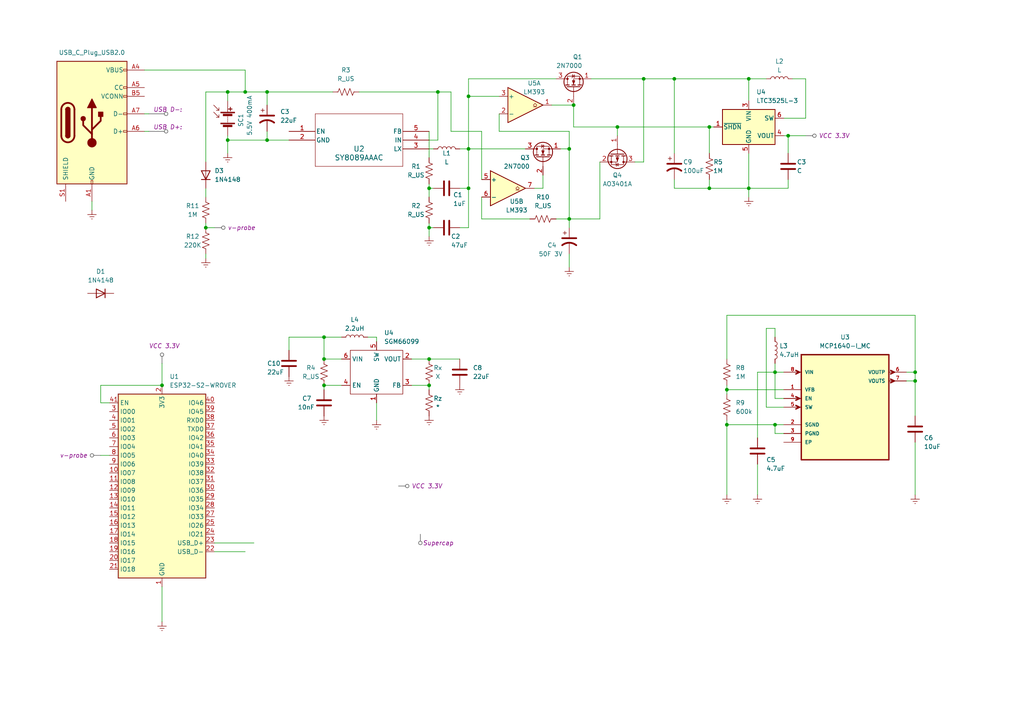
<source format=kicad_sch>
(kicad_sch (version 20230121) (generator eeschema)

  (uuid bbf48207-602f-4c8d-93a7-678f0d052648)

  (paper "A4")

  (lib_symbols
    (symbol "2023-10-09_03-12-35:SY8089AAAC" (pin_names (offset 0.254)) (in_bom yes) (on_board yes)
      (property "Reference" "U" (at 20.32 10.16 0)
        (effects (font (size 1.524 1.524)))
      )
      (property "Value" "SY8089AAAC" (at 20.32 7.62 0)
        (effects (font (size 1.524 1.524)))
      )
      (property "Footprint" "SY8089AAAC_SGY" (at 0 0 0)
        (effects (font (size 1.27 1.27) italic) hide)
      )
      (property "Datasheet" "SY8089AAAC" (at 0 0 0)
        (effects (font (size 1.27 1.27) italic) hide)
      )
      (property "ki_locked" "" (at 0 0 0)
        (effects (font (size 1.27 1.27)))
      )
      (property "ki_keywords" "SY8089AAAC" (at 0 0 0)
        (effects (font (size 1.27 1.27)) hide)
      )
      (property "ki_fp_filters" "SY8089AAAC_SGY SY8089AAAC_SGY-M SY8089AAAC_SGY-L" (at 0 0 0)
        (effects (font (size 1.27 1.27)) hide)
      )
      (symbol "SY8089AAAC_0_1"
        (polyline
          (pts
            (xy 7.62 -10.16)
            (xy 33.02 -10.16)
          )
          (stroke (width 0.127) (type default))
          (fill (type none))
        )
        (polyline
          (pts
            (xy 7.62 5.08)
            (xy 7.62 -10.16)
          )
          (stroke (width 0.127) (type default))
          (fill (type none))
        )
        (polyline
          (pts
            (xy 33.02 -10.16)
            (xy 33.02 5.08)
          )
          (stroke (width 0.127) (type default))
          (fill (type none))
        )
        (polyline
          (pts
            (xy 33.02 5.08)
            (xy 7.62 5.08)
          )
          (stroke (width 0.127) (type default))
          (fill (type none))
        )
        (pin input line (at 0 0 0) (length 7.62)
          (name "EN" (effects (font (size 1.27 1.27))))
          (number "1" (effects (font (size 1.27 1.27))))
        )
        (pin power_out line (at 0 -2.54 0) (length 7.62)
          (name "GND" (effects (font (size 1.27 1.27))))
          (number "2" (effects (font (size 1.27 1.27))))
        )
        (pin unspecified line (at 40.64 -5.08 180) (length 7.62)
          (name "LX" (effects (font (size 1.27 1.27))))
          (number "3" (effects (font (size 1.27 1.27))))
        )
        (pin input line (at 40.64 -2.54 180) (length 7.62)
          (name "IN" (effects (font (size 1.27 1.27))))
          (number "4" (effects (font (size 1.27 1.27))))
        )
        (pin output line (at 40.64 0 180) (length 7.62)
          (name "FB" (effects (font (size 1.27 1.27))))
          (number "5" (effects (font (size 1.27 1.27))))
        )
      )
    )
    (symbol "Comparator:LM393" (pin_names (offset 0.127)) (in_bom yes) (on_board yes)
      (property "Reference" "U" (at 3.81 3.81 0)
        (effects (font (size 1.27 1.27)))
      )
      (property "Value" "LM393" (at 6.35 -3.81 0)
        (effects (font (size 1.27 1.27)))
      )
      (property "Footprint" "" (at 0 0 0)
        (effects (font (size 1.27 1.27)) hide)
      )
      (property "Datasheet" "http://www.ti.com/lit/ds/symlink/lm393.pdf" (at 0 0 0)
        (effects (font (size 1.27 1.27)) hide)
      )
      (property "ki_locked" "" (at 0 0 0)
        (effects (font (size 1.27 1.27)))
      )
      (property "ki_keywords" "cmp open collector" (at 0 0 0)
        (effects (font (size 1.27 1.27)) hide)
      )
      (property "ki_description" "Low-Power, Low-Offset Voltage, Dual Comparators, DIP-8/SOIC-8/TO-99-8" (at 0 0 0)
        (effects (font (size 1.27 1.27)) hide)
      )
      (property "ki_fp_filters" "SOIC*3.9x4.9mm*P1.27mm* DIP*W7.62mm* SOP*5.28x5.23mm*P1.27mm* VSSOP*3.0x3.0mm*P0.65mm* TSSOP*4.4x3mm*P0.65mm*" (at 0 0 0)
        (effects (font (size 1.27 1.27)) hide)
      )
      (symbol "LM393_1_1"
        (polyline
          (pts
            (xy -5.08 5.08)
            (xy 5.08 0)
            (xy -5.08 -5.08)
            (xy -5.08 5.08)
          )
          (stroke (width 0.254) (type default))
          (fill (type background))
        )
        (polyline
          (pts
            (xy 3.302 -0.508)
            (xy 2.794 -0.508)
            (xy 3.302 0)
            (xy 2.794 0.508)
            (xy 2.286 0)
            (xy 2.794 -0.508)
            (xy 2.286 -0.508)
          )
          (stroke (width 0.127) (type default))
          (fill (type none))
        )
        (pin open_collector line (at 7.62 0 180) (length 2.54)
          (name "~" (effects (font (size 1.27 1.27))))
          (number "1" (effects (font (size 1.27 1.27))))
        )
        (pin input line (at -7.62 -2.54 0) (length 2.54)
          (name "-" (effects (font (size 1.27 1.27))))
          (number "2" (effects (font (size 1.27 1.27))))
        )
        (pin input line (at -7.62 2.54 0) (length 2.54)
          (name "+" (effects (font (size 1.27 1.27))))
          (number "3" (effects (font (size 1.27 1.27))))
        )
      )
      (symbol "LM393_2_1"
        (polyline
          (pts
            (xy -5.08 5.08)
            (xy 5.08 0)
            (xy -5.08 -5.08)
            (xy -5.08 5.08)
          )
          (stroke (width 0.254) (type default))
          (fill (type background))
        )
        (polyline
          (pts
            (xy 3.302 -0.508)
            (xy 2.794 -0.508)
            (xy 3.302 0)
            (xy 2.794 0.508)
            (xy 2.286 0)
            (xy 2.794 -0.508)
            (xy 2.286 -0.508)
          )
          (stroke (width 0.127) (type default))
          (fill (type none))
        )
        (pin input line (at -7.62 2.54 0) (length 2.54)
          (name "+" (effects (font (size 1.27 1.27))))
          (number "5" (effects (font (size 1.27 1.27))))
        )
        (pin input line (at -7.62 -2.54 0) (length 2.54)
          (name "-" (effects (font (size 1.27 1.27))))
          (number "6" (effects (font (size 1.27 1.27))))
        )
        (pin open_collector line (at 7.62 0 180) (length 2.54)
          (name "~" (effects (font (size 1.27 1.27))))
          (number "7" (effects (font (size 1.27 1.27))))
        )
      )
      (symbol "LM393_3_1"
        (pin power_in line (at -2.54 -7.62 90) (length 3.81)
          (name "V-" (effects (font (size 1.27 1.27))))
          (number "4" (effects (font (size 1.27 1.27))))
        )
        (pin power_in line (at -2.54 7.62 270) (length 3.81)
          (name "V+" (effects (font (size 1.27 1.27))))
          (number "8" (effects (font (size 1.27 1.27))))
        )
      )
    )
    (symbol "Connector:USB_C_Plug_USB2.0" (pin_names (offset 1.016)) (in_bom yes) (on_board yes)
      (property "Reference" "P" (at -10.16 19.05 0)
        (effects (font (size 1.27 1.27)) (justify left))
      )
      (property "Value" "USB_C_Plug_USB2.0" (at 12.7 19.05 0)
        (effects (font (size 1.27 1.27)) (justify right))
      )
      (property "Footprint" "" (at 3.81 0 0)
        (effects (font (size 1.27 1.27)) hide)
      )
      (property "Datasheet" "https://www.usb.org/sites/default/files/documents/usb_type-c.zip" (at 3.81 0 0)
        (effects (font (size 1.27 1.27)) hide)
      )
      (property "ki_keywords" "usb universal serial bus type-C USB2.0" (at 0 0 0)
        (effects (font (size 1.27 1.27)) hide)
      )
      (property "ki_description" "USB 2.0-only Type-C Plug connector" (at 0 0 0)
        (effects (font (size 1.27 1.27)) hide)
      )
      (property "ki_fp_filters" "USB*C*Plug*" (at 0 0 0)
        (effects (font (size 1.27 1.27)) hide)
      )
      (symbol "USB_C_Plug_USB2.0_0_0"
        (rectangle (start -0.254 -17.78) (end 0.254 -16.764)
          (stroke (width 0) (type default))
          (fill (type none))
        )
        (rectangle (start 10.16 -2.286) (end 9.144 -2.794)
          (stroke (width 0) (type default))
          (fill (type none))
        )
        (rectangle (start 10.16 2.794) (end 9.144 2.286)
          (stroke (width 0) (type default))
          (fill (type none))
        )
        (rectangle (start 10.16 7.874) (end 9.144 7.366)
          (stroke (width 0) (type default))
          (fill (type none))
        )
        (rectangle (start 10.16 10.414) (end 9.144 9.906)
          (stroke (width 0) (type default))
          (fill (type none))
        )
        (rectangle (start 10.16 15.494) (end 9.144 14.986)
          (stroke (width 0) (type default))
          (fill (type none))
        )
      )
      (symbol "USB_C_Plug_USB2.0_0_1"
        (rectangle (start -10.16 17.78) (end 10.16 -17.78)
          (stroke (width 0.254) (type default))
          (fill (type background))
        )
        (arc (start -8.89 -3.81) (mid -6.985 -5.7067) (end -5.08 -3.81)
          (stroke (width 0.508) (type default))
          (fill (type none))
        )
        (arc (start -7.62 -3.81) (mid -6.985 -4.4423) (end -6.35 -3.81)
          (stroke (width 0.254) (type default))
          (fill (type none))
        )
        (arc (start -7.62 -3.81) (mid -6.985 -4.4423) (end -6.35 -3.81)
          (stroke (width 0.254) (type default))
          (fill (type outline))
        )
        (rectangle (start -7.62 -3.81) (end -6.35 3.81)
          (stroke (width 0.254) (type default))
          (fill (type outline))
        )
        (arc (start -6.35 3.81) (mid -6.985 4.4423) (end -7.62 3.81)
          (stroke (width 0.254) (type default))
          (fill (type none))
        )
        (arc (start -6.35 3.81) (mid -6.985 4.4423) (end -7.62 3.81)
          (stroke (width 0.254) (type default))
          (fill (type outline))
        )
        (arc (start -5.08 3.81) (mid -6.985 5.7067) (end -8.89 3.81)
          (stroke (width 0.508) (type default))
          (fill (type none))
        )
        (circle (center -2.54 1.143) (radius 0.635)
          (stroke (width 0.254) (type default))
          (fill (type outline))
        )
        (circle (center 0 -5.842) (radius 1.27)
          (stroke (width 0) (type default))
          (fill (type outline))
        )
        (polyline
          (pts
            (xy -8.89 -3.81)
            (xy -8.89 3.81)
          )
          (stroke (width 0.508) (type default))
          (fill (type none))
        )
        (polyline
          (pts
            (xy -5.08 3.81)
            (xy -5.08 -3.81)
          )
          (stroke (width 0.508) (type default))
          (fill (type none))
        )
        (polyline
          (pts
            (xy 0 -5.842)
            (xy 0 4.318)
          )
          (stroke (width 0.508) (type default))
          (fill (type none))
        )
        (polyline
          (pts
            (xy 0 -3.302)
            (xy -2.54 -0.762)
            (xy -2.54 0.508)
          )
          (stroke (width 0.508) (type default))
          (fill (type none))
        )
        (polyline
          (pts
            (xy 0 -2.032)
            (xy 2.54 0.508)
            (xy 2.54 1.778)
          )
          (stroke (width 0.508) (type default))
          (fill (type none))
        )
        (polyline
          (pts
            (xy -1.27 4.318)
            (xy 0 6.858)
            (xy 1.27 4.318)
            (xy -1.27 4.318)
          )
          (stroke (width 0.254) (type default))
          (fill (type outline))
        )
        (rectangle (start 1.905 1.778) (end 3.175 3.048)
          (stroke (width 0.254) (type default))
          (fill (type outline))
        )
      )
      (symbol "USB_C_Plug_USB2.0_1_1"
        (pin passive line (at 0 -22.86 90) (length 5.08)
          (name "GND" (effects (font (size 1.27 1.27))))
          (number "A1" (effects (font (size 1.27 1.27))))
        )
        (pin passive line (at 0 -22.86 90) (length 5.08) hide
          (name "GND" (effects (font (size 1.27 1.27))))
          (number "A12" (effects (font (size 1.27 1.27))))
        )
        (pin passive line (at 15.24 15.24 180) (length 5.08)
          (name "VBUS" (effects (font (size 1.27 1.27))))
          (number "A4" (effects (font (size 1.27 1.27))))
        )
        (pin bidirectional line (at 15.24 10.16 180) (length 5.08)
          (name "CC" (effects (font (size 1.27 1.27))))
          (number "A5" (effects (font (size 1.27 1.27))))
        )
        (pin bidirectional line (at 15.24 -2.54 180) (length 5.08)
          (name "D+" (effects (font (size 1.27 1.27))))
          (number "A6" (effects (font (size 1.27 1.27))))
        )
        (pin bidirectional line (at 15.24 2.54 180) (length 5.08)
          (name "D-" (effects (font (size 1.27 1.27))))
          (number "A7" (effects (font (size 1.27 1.27))))
        )
        (pin passive line (at 15.24 15.24 180) (length 5.08) hide
          (name "VBUS" (effects (font (size 1.27 1.27))))
          (number "A9" (effects (font (size 1.27 1.27))))
        )
        (pin passive line (at 0 -22.86 90) (length 5.08) hide
          (name "GND" (effects (font (size 1.27 1.27))))
          (number "B1" (effects (font (size 1.27 1.27))))
        )
        (pin passive line (at 0 -22.86 90) (length 5.08) hide
          (name "GND" (effects (font (size 1.27 1.27))))
          (number "B12" (effects (font (size 1.27 1.27))))
        )
        (pin passive line (at 15.24 15.24 180) (length 5.08) hide
          (name "VBUS" (effects (font (size 1.27 1.27))))
          (number "B4" (effects (font (size 1.27 1.27))))
        )
        (pin bidirectional line (at 15.24 7.62 180) (length 5.08)
          (name "VCONN" (effects (font (size 1.27 1.27))))
          (number "B5" (effects (font (size 1.27 1.27))))
        )
        (pin passive line (at 15.24 15.24 180) (length 5.08) hide
          (name "VBUS" (effects (font (size 1.27 1.27))))
          (number "B9" (effects (font (size 1.27 1.27))))
        )
        (pin passive line (at -7.62 -22.86 90) (length 5.08)
          (name "SHIELD" (effects (font (size 1.27 1.27))))
          (number "S1" (effects (font (size 1.27 1.27))))
        )
      )
    )
    (symbol "Device:C" (pin_numbers hide) (pin_names (offset 0.254)) (in_bom yes) (on_board yes)
      (property "Reference" "C" (at 0.635 2.54 0)
        (effects (font (size 1.27 1.27)) (justify left))
      )
      (property "Value" "C" (at 0.635 -2.54 0)
        (effects (font (size 1.27 1.27)) (justify left))
      )
      (property "Footprint" "" (at 0.9652 -3.81 0)
        (effects (font (size 1.27 1.27)) hide)
      )
      (property "Datasheet" "~" (at 0 0 0)
        (effects (font (size 1.27 1.27)) hide)
      )
      (property "ki_keywords" "cap capacitor" (at 0 0 0)
        (effects (font (size 1.27 1.27)) hide)
      )
      (property "ki_description" "Unpolarized capacitor" (at 0 0 0)
        (effects (font (size 1.27 1.27)) hide)
      )
      (property "ki_fp_filters" "C_*" (at 0 0 0)
        (effects (font (size 1.27 1.27)) hide)
      )
      (symbol "C_0_1"
        (polyline
          (pts
            (xy -2.032 -0.762)
            (xy 2.032 -0.762)
          )
          (stroke (width 0.508) (type default))
          (fill (type none))
        )
        (polyline
          (pts
            (xy -2.032 0.762)
            (xy 2.032 0.762)
          )
          (stroke (width 0.508) (type default))
          (fill (type none))
        )
      )
      (symbol "C_1_1"
        (pin passive line (at 0 3.81 270) (length 2.794)
          (name "~" (effects (font (size 1.27 1.27))))
          (number "1" (effects (font (size 1.27 1.27))))
        )
        (pin passive line (at 0 -3.81 90) (length 2.794)
          (name "~" (effects (font (size 1.27 1.27))))
          (number "2" (effects (font (size 1.27 1.27))))
        )
      )
    )
    (symbol "Device:C_Polarized_US" (pin_numbers hide) (pin_names (offset 0.254) hide) (in_bom yes) (on_board yes)
      (property "Reference" "C" (at 0.635 2.54 0)
        (effects (font (size 1.27 1.27)) (justify left))
      )
      (property "Value" "C_Polarized_US" (at 0.635 -2.54 0)
        (effects (font (size 1.27 1.27)) (justify left))
      )
      (property "Footprint" "" (at 0 0 0)
        (effects (font (size 1.27 1.27)) hide)
      )
      (property "Datasheet" "~" (at 0 0 0)
        (effects (font (size 1.27 1.27)) hide)
      )
      (property "ki_keywords" "cap capacitor" (at 0 0 0)
        (effects (font (size 1.27 1.27)) hide)
      )
      (property "ki_description" "Polarized capacitor, US symbol" (at 0 0 0)
        (effects (font (size 1.27 1.27)) hide)
      )
      (property "ki_fp_filters" "CP_*" (at 0 0 0)
        (effects (font (size 1.27 1.27)) hide)
      )
      (symbol "C_Polarized_US_0_1"
        (polyline
          (pts
            (xy -2.032 0.762)
            (xy 2.032 0.762)
          )
          (stroke (width 0.508) (type default))
          (fill (type none))
        )
        (polyline
          (pts
            (xy -1.778 2.286)
            (xy -0.762 2.286)
          )
          (stroke (width 0) (type default))
          (fill (type none))
        )
        (polyline
          (pts
            (xy -1.27 1.778)
            (xy -1.27 2.794)
          )
          (stroke (width 0) (type default))
          (fill (type none))
        )
        (arc (start 2.032 -1.27) (mid 0 -0.5572) (end -2.032 -1.27)
          (stroke (width 0.508) (type default))
          (fill (type none))
        )
      )
      (symbol "C_Polarized_US_1_1"
        (pin passive line (at 0 3.81 270) (length 2.794)
          (name "~" (effects (font (size 1.27 1.27))))
          (number "1" (effects (font (size 1.27 1.27))))
        )
        (pin passive line (at 0 -3.81 90) (length 3.302)
          (name "~" (effects (font (size 1.27 1.27))))
          (number "2" (effects (font (size 1.27 1.27))))
        )
      )
    )
    (symbol "Device:D_Zener" (pin_numbers hide) (pin_names (offset 1.016) hide) (in_bom yes) (on_board yes)
      (property "Reference" "D" (at 0 2.54 0)
        (effects (font (size 1.27 1.27)))
      )
      (property "Value" "D_Zener" (at 0 -2.54 0)
        (effects (font (size 1.27 1.27)))
      )
      (property "Footprint" "" (at 0 0 0)
        (effects (font (size 1.27 1.27)) hide)
      )
      (property "Datasheet" "~" (at 0 0 0)
        (effects (font (size 1.27 1.27)) hide)
      )
      (property "ki_keywords" "diode" (at 0 0 0)
        (effects (font (size 1.27 1.27)) hide)
      )
      (property "ki_description" "Zener diode" (at 0 0 0)
        (effects (font (size 1.27 1.27)) hide)
      )
      (property "ki_fp_filters" "TO-???* *_Diode_* *SingleDiode* D_*" (at 0 0 0)
        (effects (font (size 1.27 1.27)) hide)
      )
      (symbol "D_Zener_0_1"
        (polyline
          (pts
            (xy 1.27 0)
            (xy -1.27 0)
          )
          (stroke (width 0) (type default))
          (fill (type none))
        )
        (polyline
          (pts
            (xy -1.27 -1.27)
            (xy -1.27 1.27)
            (xy -0.762 1.27)
          )
          (stroke (width 0.254) (type default))
          (fill (type none))
        )
        (polyline
          (pts
            (xy 1.27 -1.27)
            (xy 1.27 1.27)
            (xy -1.27 0)
            (xy 1.27 -1.27)
          )
          (stroke (width 0.254) (type default))
          (fill (type none))
        )
      )
      (symbol "D_Zener_1_1"
        (pin passive line (at -3.81 0 0) (length 2.54)
          (name "K" (effects (font (size 1.27 1.27))))
          (number "1" (effects (font (size 1.27 1.27))))
        )
        (pin passive line (at 3.81 0 180) (length 2.54)
          (name "A" (effects (font (size 1.27 1.27))))
          (number "2" (effects (font (size 1.27 1.27))))
        )
      )
    )
    (symbol "Device:L" (pin_numbers hide) (pin_names (offset 1.016) hide) (in_bom yes) (on_board yes)
      (property "Reference" "L" (at -1.27 0 90)
        (effects (font (size 1.27 1.27)))
      )
      (property "Value" "L" (at 1.905 0 90)
        (effects (font (size 1.27 1.27)))
      )
      (property "Footprint" "" (at 0 0 0)
        (effects (font (size 1.27 1.27)) hide)
      )
      (property "Datasheet" "~" (at 0 0 0)
        (effects (font (size 1.27 1.27)) hide)
      )
      (property "ki_keywords" "inductor choke coil reactor magnetic" (at 0 0 0)
        (effects (font (size 1.27 1.27)) hide)
      )
      (property "ki_description" "Inductor" (at 0 0 0)
        (effects (font (size 1.27 1.27)) hide)
      )
      (property "ki_fp_filters" "Choke_* *Coil* Inductor_* L_*" (at 0 0 0)
        (effects (font (size 1.27 1.27)) hide)
      )
      (symbol "L_0_1"
        (arc (start 0 -2.54) (mid 0.6323 -1.905) (end 0 -1.27)
          (stroke (width 0) (type default))
          (fill (type none))
        )
        (arc (start 0 -1.27) (mid 0.6323 -0.635) (end 0 0)
          (stroke (width 0) (type default))
          (fill (type none))
        )
        (arc (start 0 0) (mid 0.6323 0.635) (end 0 1.27)
          (stroke (width 0) (type default))
          (fill (type none))
        )
        (arc (start 0 1.27) (mid 0.6323 1.905) (end 0 2.54)
          (stroke (width 0) (type default))
          (fill (type none))
        )
      )
      (symbol "L_1_1"
        (pin passive line (at 0 3.81 270) (length 1.27)
          (name "1" (effects (font (size 1.27 1.27))))
          (number "1" (effects (font (size 1.27 1.27))))
        )
        (pin passive line (at 0 -3.81 90) (length 1.27)
          (name "2" (effects (font (size 1.27 1.27))))
          (number "2" (effects (font (size 1.27 1.27))))
        )
      )
    )
    (symbol "Device:R_US" (pin_numbers hide) (pin_names (offset 0)) (in_bom yes) (on_board yes)
      (property "Reference" "R" (at 2.54 0 90)
        (effects (font (size 1.27 1.27)))
      )
      (property "Value" "R_US" (at -2.54 0 90)
        (effects (font (size 1.27 1.27)))
      )
      (property "Footprint" "" (at 1.016 -0.254 90)
        (effects (font (size 1.27 1.27)) hide)
      )
      (property "Datasheet" "~" (at 0 0 0)
        (effects (font (size 1.27 1.27)) hide)
      )
      (property "ki_keywords" "R res resistor" (at 0 0 0)
        (effects (font (size 1.27 1.27)) hide)
      )
      (property "ki_description" "Resistor, US symbol" (at 0 0 0)
        (effects (font (size 1.27 1.27)) hide)
      )
      (property "ki_fp_filters" "R_*" (at 0 0 0)
        (effects (font (size 1.27 1.27)) hide)
      )
      (symbol "R_US_0_1"
        (polyline
          (pts
            (xy 0 -2.286)
            (xy 0 -2.54)
          )
          (stroke (width 0) (type default))
          (fill (type none))
        )
        (polyline
          (pts
            (xy 0 2.286)
            (xy 0 2.54)
          )
          (stroke (width 0) (type default))
          (fill (type none))
        )
        (polyline
          (pts
            (xy 0 -0.762)
            (xy 1.016 -1.143)
            (xy 0 -1.524)
            (xy -1.016 -1.905)
            (xy 0 -2.286)
          )
          (stroke (width 0) (type default))
          (fill (type none))
        )
        (polyline
          (pts
            (xy 0 0.762)
            (xy 1.016 0.381)
            (xy 0 0)
            (xy -1.016 -0.381)
            (xy 0 -0.762)
          )
          (stroke (width 0) (type default))
          (fill (type none))
        )
        (polyline
          (pts
            (xy 0 2.286)
            (xy 1.016 1.905)
            (xy 0 1.524)
            (xy -1.016 1.143)
            (xy 0 0.762)
          )
          (stroke (width 0) (type default))
          (fill (type none))
        )
      )
      (symbol "R_US_1_1"
        (pin passive line (at 0 3.81 270) (length 1.27)
          (name "~" (effects (font (size 1.27 1.27))))
          (number "1" (effects (font (size 1.27 1.27))))
        )
        (pin passive line (at 0 -3.81 90) (length 1.27)
          (name "~" (effects (font (size 1.27 1.27))))
          (number "2" (effects (font (size 1.27 1.27))))
        )
      )
    )
    (symbol "Device:Solar_Cells" (pin_numbers hide) (pin_names (offset 0) hide) (in_bom yes) (on_board yes)
      (property "Reference" "SC" (at 2.54 2.54 0)
        (effects (font (size 1.27 1.27)) (justify left))
      )
      (property "Value" "Solar_Cells" (at 2.54 0 0)
        (effects (font (size 1.27 1.27)) (justify left))
      )
      (property "Footprint" "" (at 0 1.524 90)
        (effects (font (size 1.27 1.27)) hide)
      )
      (property "Datasheet" "~" (at 0 1.524 90)
        (effects (font (size 1.27 1.27)) hide)
      )
      (property "ki_keywords" "solar cell" (at 0 0 0)
        (effects (font (size 1.27 1.27)) hide)
      )
      (property "ki_description" "Multiple solar cells" (at 0 0 0)
        (effects (font (size 1.27 1.27)) hide)
      )
      (symbol "Solar_Cells_0_1"
        (rectangle (start -2.032 -1.397) (end 2.032 -1.651)
          (stroke (width 0) (type default))
          (fill (type outline))
        )
        (rectangle (start -2.032 1.778) (end 2.032 1.524)
          (stroke (width 0) (type default))
          (fill (type outline))
        )
        (rectangle (start -1.3208 -1.9812) (end 1.27 -2.4892)
          (stroke (width 0) (type default))
          (fill (type outline))
        )
        (rectangle (start -1.3208 1.1938) (end 1.27 0.6858)
          (stroke (width 0) (type default))
          (fill (type outline))
        )
        (polyline
          (pts
            (xy -2.54 0.254)
            (xy -4.064 1.778)
          )
          (stroke (width 0) (type default))
          (fill (type none))
        )
        (polyline
          (pts
            (xy -2.54 2.286)
            (xy -4.064 3.81)
          )
          (stroke (width 0) (type default))
          (fill (type none))
        )
        (polyline
          (pts
            (xy 0 -1.524)
            (xy 0 -1.27)
          )
          (stroke (width 0) (type default))
          (fill (type none))
        )
        (polyline
          (pts
            (xy 0 -1.016)
            (xy 0 -0.762)
          )
          (stroke (width 0) (type default))
          (fill (type none))
        )
        (polyline
          (pts
            (xy 0 -0.508)
            (xy 0 -0.254)
          )
          (stroke (width 0) (type default))
          (fill (type none))
        )
        (polyline
          (pts
            (xy 0 0)
            (xy 0 0.254)
          )
          (stroke (width 0) (type default))
          (fill (type none))
        )
        (polyline
          (pts
            (xy 0 0.508)
            (xy 0 0.762)
          )
          (stroke (width 0) (type default))
          (fill (type none))
        )
        (polyline
          (pts
            (xy 0 1.778)
            (xy 0 2.54)
          )
          (stroke (width 0) (type default))
          (fill (type none))
        )
        (polyline
          (pts
            (xy 0.254 2.667)
            (xy 1.27 2.667)
          )
          (stroke (width 0.254) (type default))
          (fill (type none))
        )
        (polyline
          (pts
            (xy 0.762 3.175)
            (xy 0.762 2.159)
          )
          (stroke (width 0.254) (type default))
          (fill (type none))
        )
        (polyline
          (pts
            (xy -2.54 1.016)
            (xy -2.54 0.254)
            (xy -3.302 0.254)
          )
          (stroke (width 0) (type default))
          (fill (type none))
        )
        (polyline
          (pts
            (xy -2.54 3.048)
            (xy -2.54 2.286)
            (xy -3.302 2.286)
          )
          (stroke (width 0) (type default))
          (fill (type none))
        )
      )
      (symbol "Solar_Cells_1_1"
        (pin passive line (at 0 5.08 270) (length 2.54)
          (name "+" (effects (font (size 1.27 1.27))))
          (number "1" (effects (font (size 1.27 1.27))))
        )
        (pin passive line (at 0 -5.08 90) (length 2.54)
          (name "-" (effects (font (size 1.27 1.27))))
          (number "2" (effects (font (size 1.27 1.27))))
        )
      )
    )
    (symbol "Diode:1N4148" (pin_numbers hide) (pin_names hide) (in_bom yes) (on_board yes)
      (property "Reference" "D" (at 0 2.54 0)
        (effects (font (size 1.27 1.27)))
      )
      (property "Value" "1N4148" (at 0 -2.54 0)
        (effects (font (size 1.27 1.27)))
      )
      (property "Footprint" "Diode_THT:D_DO-35_SOD27_P7.62mm_Horizontal" (at 0 0 0)
        (effects (font (size 1.27 1.27)) hide)
      )
      (property "Datasheet" "https://assets.nexperia.com/documents/data-sheet/1N4148_1N4448.pdf" (at 0 0 0)
        (effects (font (size 1.27 1.27)) hide)
      )
      (property "Sim.Device" "D" (at 0 0 0)
        (effects (font (size 1.27 1.27)) hide)
      )
      (property "Sim.Pins" "1=K 2=A" (at 0 0 0)
        (effects (font (size 1.27 1.27)) hide)
      )
      (property "ki_keywords" "diode" (at 0 0 0)
        (effects (font (size 1.27 1.27)) hide)
      )
      (property "ki_description" "100V 0.15A standard switching diode, DO-35" (at 0 0 0)
        (effects (font (size 1.27 1.27)) hide)
      )
      (property "ki_fp_filters" "D*DO?35*" (at 0 0 0)
        (effects (font (size 1.27 1.27)) hide)
      )
      (symbol "1N4148_0_1"
        (polyline
          (pts
            (xy -1.27 1.27)
            (xy -1.27 -1.27)
          )
          (stroke (width 0.254) (type default))
          (fill (type none))
        )
        (polyline
          (pts
            (xy 1.27 0)
            (xy -1.27 0)
          )
          (stroke (width 0) (type default))
          (fill (type none))
        )
        (polyline
          (pts
            (xy 1.27 1.27)
            (xy 1.27 -1.27)
            (xy -1.27 0)
            (xy 1.27 1.27)
          )
          (stroke (width 0.254) (type default))
          (fill (type none))
        )
      )
      (symbol "1N4148_1_1"
        (pin passive line (at -3.81 0 0) (length 2.54)
          (name "K" (effects (font (size 1.27 1.27))))
          (number "1" (effects (font (size 1.27 1.27))))
        )
        (pin passive line (at 3.81 0 180) (length 2.54)
          (name "A" (effects (font (size 1.27 1.27))))
          (number "2" (effects (font (size 1.27 1.27))))
        )
      )
    )
    (symbol "MCP1640-I_MC:MCP1640-I_MC" (pin_names (offset 1.016)) (in_bom yes) (on_board yes)
      (property "Reference" "U" (at -5.4451 15.0122 0)
        (effects (font (size 1.27 1.27)) (justify left bottom))
      )
      (property "Value" "MCP1640-I_MC" (at -5.852 -21.9324 0)
        (effects (font (size 1.27 1.27)) (justify left bottom))
      )
      (property "Footprint" "MCP1640-I_MC:DFN200X300X100-9N" (at 0 0 0)
        (effects (font (size 1.27 1.27)) (justify bottom) hide)
      )
      (property "Datasheet" "" (at 0 0 0)
        (effects (font (size 1.27 1.27)) hide)
      )
      (property "MF" "Microchip" (at 0 0 0)
        (effects (font (size 1.27 1.27)) (justify bottom) hide)
      )
      (property "Description" "\n500 KHZ, 300 MA SYN. BOOST, OUTPUT DISCONNECT & PWM/PFM ENABLED, 8 DFN 2X3MM TUB | Microchip Technology Inc. MCP1640-I/MC\n" (at 0 0 0)
        (effects (font (size 1.27 1.27)) (justify bottom) hide)
      )
      (property "PACKAGE" "DFN-8" (at 0 0 0)
        (effects (font (size 1.27 1.27)) (justify bottom) hide)
      )
      (property "MPN" "MCP1640-I/MC" (at 0 0 0)
        (effects (font (size 1.27 1.27)) (justify bottom) hide)
      )
      (property "Price" "None" (at 0 0 0)
        (effects (font (size 1.27 1.27)) (justify bottom) hide)
      )
      (property "Package" "DFN-8 Microchip" (at 0 0 0)
        (effects (font (size 1.27 1.27)) (justify bottom) hide)
      )
      (property "OC_FARNELL" "1834887" (at 0 0 0)
        (effects (font (size 1.27 1.27)) (justify bottom) hide)
      )
      (property "SnapEDA_Link" "https://www.snapeda.com/parts/MCP1640-I/MC/Microchip/view-part/?ref=snap" (at 0 0 0)
        (effects (font (size 1.27 1.27)) (justify bottom) hide)
      )
      (property "MP" "MCP1640-I/MC" (at 0 0 0)
        (effects (font (size 1.27 1.27)) (justify bottom) hide)
      )
      (property "Purchase-URL" "https://www.snapeda.com/api/url_track_click_mouser/?unipart_id=288330&manufacturer=Microchip&part_name=MCP1640-I/MC&search_term=None" (at 0 0 0)
        (effects (font (size 1.27 1.27)) (justify bottom) hide)
      )
      (property "SUPPLIER" "Microchip" (at 0 0 0)
        (effects (font (size 1.27 1.27)) (justify bottom) hide)
      )
      (property "OC_NEWARK" "52R9885" (at 0 0 0)
        (effects (font (size 1.27 1.27)) (justify bottom) hide)
      )
      (property "Availability" "In Stock" (at 0 0 0)
        (effects (font (size 1.27 1.27)) (justify bottom) hide)
      )
      (property "Check_prices" "https://www.snapeda.com/parts/MCP1640-I/MC/Microchip/view-part/?ref=eda" (at 0 0 0)
        (effects (font (size 1.27 1.27)) (justify bottom) hide)
      )
      (symbol "MCP1640-I_MC_0_0"
        (rectangle (start -12.7 -17.78) (end 12.7 12.7)
          (stroke (width 0.4064) (type default))
          (fill (type background))
        )
        (polyline
          (pts
            (xy -13.208 -2.54)
            (xy -14.2748 -3.048)
          )
          (stroke (width 0.4064) (type default))
          (fill (type none))
        )
        (polyline
          (pts
            (xy -13.208 -2.54)
            (xy -14.2748 -2.032)
          )
          (stroke (width 0.4064) (type default))
          (fill (type none))
        )
        (polyline
          (pts
            (xy -13.208 0)
            (xy -14.2748 -0.508)
          )
          (stroke (width 0.4064) (type default))
          (fill (type none))
        )
        (polyline
          (pts
            (xy -13.208 0)
            (xy -14.2748 0.508)
          )
          (stroke (width 0.4064) (type default))
          (fill (type none))
        )
        (polyline
          (pts
            (xy -13.208 7.62)
            (xy -14.2748 7.112)
          )
          (stroke (width 0.4064) (type default))
          (fill (type none))
        )
        (polyline
          (pts
            (xy -13.208 7.62)
            (xy -14.2748 8.128)
          )
          (stroke (width 0.4064) (type default))
          (fill (type none))
        )
        (polyline
          (pts
            (xy 13.208 4.572)
            (xy 14.2748 5.08)
          )
          (stroke (width 0.4064) (type default))
          (fill (type none))
        )
        (polyline
          (pts
            (xy 13.208 5.588)
            (xy 14.2748 5.08)
          )
          (stroke (width 0.4064) (type default))
          (fill (type none))
        )
        (polyline
          (pts
            (xy 13.208 7.112)
            (xy 14.2748 7.62)
          )
          (stroke (width 0.4064) (type default))
          (fill (type none))
        )
        (polyline
          (pts
            (xy 13.208 8.128)
            (xy 14.2748 7.62)
          )
          (stroke (width 0.4064) (type default))
          (fill (type none))
        )
        (pin input line (at -17.78 2.54 0) (length 5.08)
          (name "VFB" (effects (font (size 1.016 1.016))))
          (number "1" (effects (font (size 1.016 1.016))))
        )
        (pin power_in line (at -17.78 -7.62 0) (length 5.08)
          (name "SGND" (effects (font (size 1.016 1.016))))
          (number "2" (effects (font (size 1.016 1.016))))
        )
        (pin power_in line (at -17.78 -10.16 0) (length 5.08)
          (name "PGND" (effects (font (size 1.016 1.016))))
          (number "3" (effects (font (size 1.016 1.016))))
        )
        (pin input line (at -17.78 0 0) (length 5.08)
          (name "EN" (effects (font (size 1.016 1.016))))
          (number "4" (effects (font (size 1.016 1.016))))
        )
        (pin input line (at -17.78 -2.54 0) (length 5.08)
          (name "SW" (effects (font (size 1.016 1.016))))
          (number "5" (effects (font (size 1.016 1.016))))
        )
        (pin output line (at 17.78 7.62 180) (length 5.08)
          (name "VOUTP" (effects (font (size 1.016 1.016))))
          (number "6" (effects (font (size 1.016 1.016))))
        )
        (pin output line (at 17.78 5.08 180) (length 5.08)
          (name "VOUTS" (effects (font (size 1.016 1.016))))
          (number "7" (effects (font (size 1.016 1.016))))
        )
        (pin input line (at -17.78 7.62 0) (length 5.08)
          (name "VIN" (effects (font (size 1.016 1.016))))
          (number "8" (effects (font (size 1.016 1.016))))
        )
        (pin passive line (at -17.78 -12.7 0) (length 5.08)
          (name "EP" (effects (font (size 1.016 1.016))))
          (number "9" (effects (font (size 1.016 1.016))))
        )
      )
    )
    (symbol "RF_Module:ESP32-S2-WROVER" (in_bom yes) (on_board yes)
      (property "Reference" "U" (at -12.7 29.21 0)
        (effects (font (size 1.27 1.27)) (justify left))
      )
      (property "Value" "ESP32-S2-WROVER" (at 2.54 29.21 0)
        (effects (font (size 1.27 1.27)) (justify left))
      )
      (property "Footprint" "RF_Module:ESP32-S2-WROVER" (at 19.05 -29.21 0)
        (effects (font (size 1.27 1.27)) hide)
      )
      (property "Datasheet" "https://www.espressif.com/sites/default/files/documentation/esp32-s2-wroom_esp32-s2-wroom-i_datasheet_en.pdf" (at -7.62 -20.32 0)
        (effects (font (size 1.27 1.27)) hide)
      )
      (property "ki_keywords" "RF Radio ESP ESP32 Espressif onboard PCB antenna" (at 0 0 0)
        (effects (font (size 1.27 1.27)) hide)
      )
      (property "ki_description" "RF Module, ESP32-D0WDQ6 SoC, Wi-Fi 802.11b/g/n, 32-bit, 2.7-3.6V, onboard antenna, SMD" (at 0 0 0)
        (effects (font (size 1.27 1.27)) hide)
      )
      (property "ki_fp_filters" "ESP32?S2?WROVER*" (at 0 0 0)
        (effects (font (size 1.27 1.27)) hide)
      )
      (symbol "ESP32-S2-WROVER_0_1"
        (rectangle (start -12.7 27.94) (end 12.7 -25.4)
          (stroke (width 0.254) (type default))
          (fill (type background))
        )
      )
      (symbol "ESP32-S2-WROVER_1_1"
        (pin power_in line (at 0 -27.94 90) (length 2.54)
          (name "GND" (effects (font (size 1.27 1.27))))
          (number "1" (effects (font (size 1.27 1.27))))
        )
        (pin bidirectional line (at -15.24 5.08 0) (length 2.54)
          (name "IO07" (effects (font (size 1.27 1.27))))
          (number "10" (effects (font (size 1.27 1.27))))
        )
        (pin bidirectional line (at -15.24 2.54 0) (length 2.54)
          (name "IO08" (effects (font (size 1.27 1.27))))
          (number "11" (effects (font (size 1.27 1.27))))
        )
        (pin bidirectional line (at -15.24 0 0) (length 2.54)
          (name "IO09" (effects (font (size 1.27 1.27))))
          (number "12" (effects (font (size 1.27 1.27))))
        )
        (pin bidirectional line (at -15.24 -2.54 0) (length 2.54)
          (name "IO10" (effects (font (size 1.27 1.27))))
          (number "13" (effects (font (size 1.27 1.27))))
        )
        (pin bidirectional line (at -15.24 -5.08 0) (length 2.54)
          (name "IO11" (effects (font (size 1.27 1.27))))
          (number "14" (effects (font (size 1.27 1.27))))
        )
        (pin bidirectional line (at -15.24 -7.62 0) (length 2.54)
          (name "IO12" (effects (font (size 1.27 1.27))))
          (number "15" (effects (font (size 1.27 1.27))))
        )
        (pin bidirectional line (at -15.24 -10.16 0) (length 2.54)
          (name "IO13" (effects (font (size 1.27 1.27))))
          (number "16" (effects (font (size 1.27 1.27))))
        )
        (pin bidirectional line (at -15.24 -12.7 0) (length 2.54)
          (name "IO14" (effects (font (size 1.27 1.27))))
          (number "17" (effects (font (size 1.27 1.27))))
        )
        (pin bidirectional line (at -15.24 -15.24 0) (length 2.54)
          (name "IO15" (effects (font (size 1.27 1.27))))
          (number "18" (effects (font (size 1.27 1.27))))
        )
        (pin bidirectional line (at -15.24 -17.78 0) (length 2.54)
          (name "IO16" (effects (font (size 1.27 1.27))))
          (number "19" (effects (font (size 1.27 1.27))))
        )
        (pin power_in line (at 0 30.48 270) (length 2.54)
          (name "3V3" (effects (font (size 1.27 1.27))))
          (number "2" (effects (font (size 1.27 1.27))))
        )
        (pin bidirectional line (at -15.24 -20.32 0) (length 2.54)
          (name "IO17" (effects (font (size 1.27 1.27))))
          (number "20" (effects (font (size 1.27 1.27))))
        )
        (pin bidirectional line (at -15.24 -22.86 0) (length 2.54)
          (name "IO18" (effects (font (size 1.27 1.27))))
          (number "21" (effects (font (size 1.27 1.27))))
        )
        (pin bidirectional line (at 15.24 -17.78 180) (length 2.54)
          (name "USB_D-" (effects (font (size 1.27 1.27))))
          (number "22" (effects (font (size 1.27 1.27))))
        )
        (pin bidirectional line (at 15.24 -15.24 180) (length 2.54)
          (name "USB_D+" (effects (font (size 1.27 1.27))))
          (number "23" (effects (font (size 1.27 1.27))))
        )
        (pin bidirectional line (at 15.24 -12.7 180) (length 2.54)
          (name "IO21" (effects (font (size 1.27 1.27))))
          (number "24" (effects (font (size 1.27 1.27))))
        )
        (pin bidirectional line (at 15.24 -10.16 180) (length 2.54)
          (name "IO26" (effects (font (size 1.27 1.27))))
          (number "25" (effects (font (size 1.27 1.27))))
        )
        (pin passive line (at 0 -27.94 90) (length 2.54) hide
          (name "GND" (effects (font (size 1.27 1.27))))
          (number "26" (effects (font (size 1.27 1.27))))
        )
        (pin bidirectional line (at 15.24 -7.62 180) (length 2.54)
          (name "IO33" (effects (font (size 1.27 1.27))))
          (number "27" (effects (font (size 1.27 1.27))))
        )
        (pin bidirectional line (at 15.24 -5.08 180) (length 2.54)
          (name "IO34" (effects (font (size 1.27 1.27))))
          (number "28" (effects (font (size 1.27 1.27))))
        )
        (pin bidirectional line (at 15.24 -2.54 180) (length 2.54)
          (name "IO35" (effects (font (size 1.27 1.27))))
          (number "29" (effects (font (size 1.27 1.27))))
        )
        (pin bidirectional line (at -15.24 22.86 0) (length 2.54)
          (name "IO00" (effects (font (size 1.27 1.27))))
          (number "3" (effects (font (size 1.27 1.27))))
        )
        (pin bidirectional line (at 15.24 0 180) (length 2.54)
          (name "IO36" (effects (font (size 1.27 1.27))))
          (number "30" (effects (font (size 1.27 1.27))))
        )
        (pin bidirectional line (at 15.24 2.54 180) (length 2.54)
          (name "IO37" (effects (font (size 1.27 1.27))))
          (number "31" (effects (font (size 1.27 1.27))))
        )
        (pin bidirectional line (at 15.24 5.08 180) (length 2.54)
          (name "IO38" (effects (font (size 1.27 1.27))))
          (number "32" (effects (font (size 1.27 1.27))))
        )
        (pin bidirectional line (at 15.24 7.62 180) (length 2.54)
          (name "IO39" (effects (font (size 1.27 1.27))))
          (number "33" (effects (font (size 1.27 1.27))))
        )
        (pin bidirectional line (at 15.24 10.16 180) (length 2.54)
          (name "IO40" (effects (font (size 1.27 1.27))))
          (number "34" (effects (font (size 1.27 1.27))))
        )
        (pin bidirectional line (at 15.24 12.7 180) (length 2.54)
          (name "IO41" (effects (font (size 1.27 1.27))))
          (number "35" (effects (font (size 1.27 1.27))))
        )
        (pin bidirectional line (at 15.24 15.24 180) (length 2.54)
          (name "IO42" (effects (font (size 1.27 1.27))))
          (number "36" (effects (font (size 1.27 1.27))))
        )
        (pin bidirectional line (at 15.24 17.78 180) (length 2.54)
          (name "TXD0" (effects (font (size 1.27 1.27))))
          (number "37" (effects (font (size 1.27 1.27))))
        )
        (pin bidirectional line (at 15.24 20.32 180) (length 2.54)
          (name "RXD0" (effects (font (size 1.27 1.27))))
          (number "38" (effects (font (size 1.27 1.27))))
        )
        (pin bidirectional line (at 15.24 22.86 180) (length 2.54)
          (name "IO45" (effects (font (size 1.27 1.27))))
          (number "39" (effects (font (size 1.27 1.27))))
        )
        (pin bidirectional line (at -15.24 20.32 0) (length 2.54)
          (name "IO01" (effects (font (size 1.27 1.27))))
          (number "4" (effects (font (size 1.27 1.27))))
        )
        (pin input line (at 15.24 25.4 180) (length 2.54)
          (name "IO46" (effects (font (size 1.27 1.27))))
          (number "40" (effects (font (size 1.27 1.27))))
        )
        (pin input line (at -15.24 25.4 0) (length 2.54)
          (name "EN" (effects (font (size 1.27 1.27))))
          (number "41" (effects (font (size 1.27 1.27))))
        )
        (pin passive line (at 0 -27.94 90) (length 2.54) hide
          (name "GND" (effects (font (size 1.27 1.27))))
          (number "42" (effects (font (size 1.27 1.27))))
        )
        (pin passive line (at 0 -27.94 90) (length 2.54) hide
          (name "GND" (effects (font (size 1.27 1.27))))
          (number "43" (effects (font (size 1.27 1.27))))
        )
        (pin bidirectional line (at -15.24 17.78 0) (length 2.54)
          (name "IO02" (effects (font (size 1.27 1.27))))
          (number "5" (effects (font (size 1.27 1.27))))
        )
        (pin bidirectional line (at -15.24 15.24 0) (length 2.54)
          (name "IO03" (effects (font (size 1.27 1.27))))
          (number "6" (effects (font (size 1.27 1.27))))
        )
        (pin bidirectional line (at -15.24 12.7 0) (length 2.54)
          (name "IO04" (effects (font (size 1.27 1.27))))
          (number "7" (effects (font (size 1.27 1.27))))
        )
        (pin bidirectional line (at -15.24 10.16 0) (length 2.54)
          (name "IO05" (effects (font (size 1.27 1.27))))
          (number "8" (effects (font (size 1.27 1.27))))
        )
        (pin bidirectional line (at -15.24 7.62 0) (length 2.54)
          (name "IO06" (effects (font (size 1.27 1.27))))
          (number "9" (effects (font (size 1.27 1.27))))
        )
      )
    )
    (symbol "Regulator_Switching:LTC3525L-3" (pin_names (offset 0.254)) (in_bom yes) (on_board yes)
      (property "Reference" "U" (at -6.35 6.35 0)
        (effects (font (size 1.27 1.27)))
      )
      (property "Value" "LTC3525L-3" (at 1.27 6.35 0)
        (effects (font (size 1.27 1.27)) (justify left))
      )
      (property "Footprint" "Package_TO_SOT_SMD:SOT-363_SC-70-6" (at 1.27 -6.35 0)
        (effects (font (size 1.27 1.27)) (justify left) hide)
      )
      (property "Datasheet" "https://www.analog.com/media/en/technical-documentation/data-sheets/3525laf.pdf" (at 0 0 0)
        (effects (font (size 1.27 1.27)) hide)
      )
      (property "ki_keywords" "fixed boost step-up DC/DC synchronous" (at 0 0 0)
        (effects (font (size 1.27 1.27)) hide)
      )
      (property "ki_description" "Fixed 3V, 400mA Micropower Synchronous Step-Up DC/DC Converter with Output Disconnect, SC-70-6" (at 0 0 0)
        (effects (font (size 1.27 1.27)) hide)
      )
      (property "ki_fp_filters" "*SC?70* SOT?363*" (at 0 0 0)
        (effects (font (size 1.27 1.27)) hide)
      )
      (symbol "LTC3525L-3_0_1"
        (rectangle (start -7.62 5.08) (end 7.62 -5.08)
          (stroke (width 0.254) (type default))
          (fill (type background))
        )
      )
      (symbol "LTC3525L-3_1_1"
        (pin input line (at -10.16 0 0) (length 2.54)
          (name "~{SHDN}" (effects (font (size 1.27 1.27))))
          (number "1" (effects (font (size 1.27 1.27))))
        )
        (pin passive line (at 0 -7.62 90) (length 2.54) hide
          (name "GND" (effects (font (size 1.27 1.27))))
          (number "2" (effects (font (size 1.27 1.27))))
        )
        (pin power_in line (at 0 7.62 270) (length 2.54)
          (name "VIN" (effects (font (size 1.27 1.27))))
          (number "3" (effects (font (size 1.27 1.27))))
        )
        (pin power_out line (at 10.16 -2.54 180) (length 2.54)
          (name "VOUT" (effects (font (size 1.27 1.27))))
          (number "4" (effects (font (size 1.27 1.27))))
        )
        (pin power_in line (at 0 -7.62 90) (length 2.54)
          (name "GND" (effects (font (size 1.27 1.27))))
          (number "5" (effects (font (size 1.27 1.27))))
        )
        (pin input line (at 10.16 2.54 180) (length 2.54)
          (name "SW" (effects (font (size 1.27 1.27))))
          (number "6" (effects (font (size 1.27 1.27))))
        )
      )
    )
    (symbol "Regulator_Switching:SGM66099" (in_bom yes) (on_board yes)
      (property "Reference" "U" (at 3.81 8.89 0)
        (effects (font (size 1.27 1.27)))
      )
      (property "Value" "SGM66099" (at 0 0 0)
        (effects (font (size 1.27 1.27)))
      )
      (property "Footprint" "Converter_DCDC:SGM66099-ADJYTDI6G-TR" (at -2.54 -16.51 0)
        (effects (font (size 1.27 1.27)) hide)
      )
      (property "Datasheet" "https://www.sg-micro.com/uploads/soft/20220516/1652697093.pdf" (at 3.81 -20.32 0)
        (effects (font (size 1.27 1.27)) hide)
      )
      (property "ki_description" "Synchronous 300mA Boost Converter with Ultra-Low (sub 1μA) Quiescent Current " (at 0 0 0)
        (effects (font (size 1.27 1.27)) hide)
      )
      (symbol "SGM66099_0_0"
        (pin power_out line (at 10.16 3.81 180) (length 2.54)
          (name "VOUT" (effects (font (size 1.27 1.27))))
          (number "2" (effects (font (size 1.27 1.27))))
        )
        (pin free line (at 10.16 -3.81 180) (length 2.54)
          (name "FB" (effects (font (size 1.27 1.27))))
          (number "3" (effects (font (size 1.27 1.27))))
        )
        (pin input line (at -10.16 -3.81 0) (length 2.54)
          (name "EN" (effects (font (size 1.27 1.27))))
          (number "4" (effects (font (size 1.27 1.27))))
        )
      )
      (symbol "SGM66099_0_1"
        (rectangle (start -7.62 6.35) (end 7.62 -6.35)
          (stroke (width 0) (type default))
          (fill (type none))
        )
      )
      (symbol "SGM66099_1_0"
        (pin free line (at 0 -8.89 90) (length 2.54)
          (name "GND" (effects (font (size 1.27 1.27))))
          (number "1" (effects (font (size 1.27 1.27))))
        )
        (pin input line (at 0 8.89 270) (length 2.54)
          (name "SW" (effects (font (size 1.27 1.27))))
          (number "5" (effects (font (size 1.27 1.27))))
        )
        (pin power_in line (at -10.16 3.81 0) (length 2.54)
          (name "VIN" (effects (font (size 1.27 1.27))))
          (number "6" (effects (font (size 1.27 1.27))))
        )
      )
    )
    (symbol "Transistor_FET:2N7000" (pin_names hide) (in_bom yes) (on_board yes)
      (property "Reference" "Q" (at 5.08 1.905 0)
        (effects (font (size 1.27 1.27)) (justify left))
      )
      (property "Value" "2N7000" (at 5.08 0 0)
        (effects (font (size 1.27 1.27)) (justify left))
      )
      (property "Footprint" "Package_TO_SOT_THT:TO-92_Inline" (at 5.08 -1.905 0)
        (effects (font (size 1.27 1.27) italic) (justify left) hide)
      )
      (property "Datasheet" "https://www.vishay.com/docs/70226/70226.pdf" (at 0 0 0)
        (effects (font (size 1.27 1.27)) (justify left) hide)
      )
      (property "ki_keywords" "N-Channel MOSFET Logic-Level" (at 0 0 0)
        (effects (font (size 1.27 1.27)) hide)
      )
      (property "ki_description" "0.2A Id, 200V Vds, N-Channel MOSFET, 2.6V Logic Level, TO-92" (at 0 0 0)
        (effects (font (size 1.27 1.27)) hide)
      )
      (property "ki_fp_filters" "TO?92*" (at 0 0 0)
        (effects (font (size 1.27 1.27)) hide)
      )
      (symbol "2N7000_0_1"
        (polyline
          (pts
            (xy 0.254 0)
            (xy -2.54 0)
          )
          (stroke (width 0) (type default))
          (fill (type none))
        )
        (polyline
          (pts
            (xy 0.254 1.905)
            (xy 0.254 -1.905)
          )
          (stroke (width 0.254) (type default))
          (fill (type none))
        )
        (polyline
          (pts
            (xy 0.762 -1.27)
            (xy 0.762 -2.286)
          )
          (stroke (width 0.254) (type default))
          (fill (type none))
        )
        (polyline
          (pts
            (xy 0.762 0.508)
            (xy 0.762 -0.508)
          )
          (stroke (width 0.254) (type default))
          (fill (type none))
        )
        (polyline
          (pts
            (xy 0.762 2.286)
            (xy 0.762 1.27)
          )
          (stroke (width 0.254) (type default))
          (fill (type none))
        )
        (polyline
          (pts
            (xy 2.54 2.54)
            (xy 2.54 1.778)
          )
          (stroke (width 0) (type default))
          (fill (type none))
        )
        (polyline
          (pts
            (xy 2.54 -2.54)
            (xy 2.54 0)
            (xy 0.762 0)
          )
          (stroke (width 0) (type default))
          (fill (type none))
        )
        (polyline
          (pts
            (xy 0.762 -1.778)
            (xy 3.302 -1.778)
            (xy 3.302 1.778)
            (xy 0.762 1.778)
          )
          (stroke (width 0) (type default))
          (fill (type none))
        )
        (polyline
          (pts
            (xy 1.016 0)
            (xy 2.032 0.381)
            (xy 2.032 -0.381)
            (xy 1.016 0)
          )
          (stroke (width 0) (type default))
          (fill (type outline))
        )
        (polyline
          (pts
            (xy 2.794 0.508)
            (xy 2.921 0.381)
            (xy 3.683 0.381)
            (xy 3.81 0.254)
          )
          (stroke (width 0) (type default))
          (fill (type none))
        )
        (polyline
          (pts
            (xy 3.302 0.381)
            (xy 2.921 -0.254)
            (xy 3.683 -0.254)
            (xy 3.302 0.381)
          )
          (stroke (width 0) (type default))
          (fill (type none))
        )
        (circle (center 1.651 0) (radius 2.794)
          (stroke (width 0.254) (type default))
          (fill (type none))
        )
        (circle (center 2.54 -1.778) (radius 0.254)
          (stroke (width 0) (type default))
          (fill (type outline))
        )
        (circle (center 2.54 1.778) (radius 0.254)
          (stroke (width 0) (type default))
          (fill (type outline))
        )
      )
      (symbol "2N7000_1_1"
        (pin passive line (at 2.54 -5.08 90) (length 2.54)
          (name "S" (effects (font (size 1.27 1.27))))
          (number "1" (effects (font (size 1.27 1.27))))
        )
        (pin input line (at -5.08 0 0) (length 2.54)
          (name "G" (effects (font (size 1.27 1.27))))
          (number "2" (effects (font (size 1.27 1.27))))
        )
        (pin passive line (at 2.54 5.08 270) (length 2.54)
          (name "D" (effects (font (size 1.27 1.27))))
          (number "3" (effects (font (size 1.27 1.27))))
        )
      )
    )
    (symbol "Transistor_FET:AO3401A" (pin_names hide) (in_bom yes) (on_board yes)
      (property "Reference" "Q" (at 5.08 1.905 0)
        (effects (font (size 1.27 1.27)) (justify left))
      )
      (property "Value" "AO3401A" (at 5.08 0 0)
        (effects (font (size 1.27 1.27)) (justify left))
      )
      (property "Footprint" "Package_TO_SOT_SMD:SOT-23" (at 5.08 -1.905 0)
        (effects (font (size 1.27 1.27) italic) (justify left) hide)
      )
      (property "Datasheet" "http://www.aosmd.com/pdfs/datasheet/AO3401A.pdf" (at 0 0 0)
        (effects (font (size 1.27 1.27)) (justify left) hide)
      )
      (property "ki_keywords" "P-Channel MOSFET" (at 0 0 0)
        (effects (font (size 1.27 1.27)) hide)
      )
      (property "ki_description" "-4.0A Id, -30V Vds, P-Channel MOSFET, SOT-23" (at 0 0 0)
        (effects (font (size 1.27 1.27)) hide)
      )
      (property "ki_fp_filters" "SOT?23*" (at 0 0 0)
        (effects (font (size 1.27 1.27)) hide)
      )
      (symbol "AO3401A_0_1"
        (polyline
          (pts
            (xy 0.254 0)
            (xy -2.54 0)
          )
          (stroke (width 0) (type default))
          (fill (type none))
        )
        (polyline
          (pts
            (xy 0.254 1.905)
            (xy 0.254 -1.905)
          )
          (stroke (width 0.254) (type default))
          (fill (type none))
        )
        (polyline
          (pts
            (xy 0.762 -1.27)
            (xy 0.762 -2.286)
          )
          (stroke (width 0.254) (type default))
          (fill (type none))
        )
        (polyline
          (pts
            (xy 0.762 0.508)
            (xy 0.762 -0.508)
          )
          (stroke (width 0.254) (type default))
          (fill (type none))
        )
        (polyline
          (pts
            (xy 0.762 2.286)
            (xy 0.762 1.27)
          )
          (stroke (width 0.254) (type default))
          (fill (type none))
        )
        (polyline
          (pts
            (xy 2.54 2.54)
            (xy 2.54 1.778)
          )
          (stroke (width 0) (type default))
          (fill (type none))
        )
        (polyline
          (pts
            (xy 2.54 -2.54)
            (xy 2.54 0)
            (xy 0.762 0)
          )
          (stroke (width 0) (type default))
          (fill (type none))
        )
        (polyline
          (pts
            (xy 0.762 1.778)
            (xy 3.302 1.778)
            (xy 3.302 -1.778)
            (xy 0.762 -1.778)
          )
          (stroke (width 0) (type default))
          (fill (type none))
        )
        (polyline
          (pts
            (xy 2.286 0)
            (xy 1.27 0.381)
            (xy 1.27 -0.381)
            (xy 2.286 0)
          )
          (stroke (width 0) (type default))
          (fill (type outline))
        )
        (polyline
          (pts
            (xy 2.794 -0.508)
            (xy 2.921 -0.381)
            (xy 3.683 -0.381)
            (xy 3.81 -0.254)
          )
          (stroke (width 0) (type default))
          (fill (type none))
        )
        (polyline
          (pts
            (xy 3.302 -0.381)
            (xy 2.921 0.254)
            (xy 3.683 0.254)
            (xy 3.302 -0.381)
          )
          (stroke (width 0) (type default))
          (fill (type none))
        )
        (circle (center 1.651 0) (radius 2.794)
          (stroke (width 0.254) (type default))
          (fill (type none))
        )
        (circle (center 2.54 -1.778) (radius 0.254)
          (stroke (width 0) (type default))
          (fill (type outline))
        )
        (circle (center 2.54 1.778) (radius 0.254)
          (stroke (width 0) (type default))
          (fill (type outline))
        )
      )
      (symbol "AO3401A_1_1"
        (pin input line (at -5.08 0 0) (length 2.54)
          (name "G" (effects (font (size 1.27 1.27))))
          (number "1" (effects (font (size 1.27 1.27))))
        )
        (pin passive line (at 2.54 -5.08 90) (length 2.54)
          (name "S" (effects (font (size 1.27 1.27))))
          (number "2" (effects (font (size 1.27 1.27))))
        )
        (pin passive line (at 2.54 5.08 270) (length 2.54)
          (name "D" (effects (font (size 1.27 1.27))))
          (number "3" (effects (font (size 1.27 1.27))))
        )
      )
    )
    (symbol "power:GNDREF" (power) (pin_names (offset 0)) (in_bom yes) (on_board yes)
      (property "Reference" "#PWR" (at 0 -6.35 0)
        (effects (font (size 1.27 1.27)) hide)
      )
      (property "Value" "GNDREF" (at 0 -3.81 0)
        (effects (font (size 1.27 1.27)))
      )
      (property "Footprint" "" (at 0 0 0)
        (effects (font (size 1.27 1.27)) hide)
      )
      (property "Datasheet" "" (at 0 0 0)
        (effects (font (size 1.27 1.27)) hide)
      )
      (property "ki_keywords" "global power" (at 0 0 0)
        (effects (font (size 1.27 1.27)) hide)
      )
      (property "ki_description" "Power symbol creates a global label with name \"GNDREF\" , reference supply ground" (at 0 0 0)
        (effects (font (size 1.27 1.27)) hide)
      )
      (symbol "GNDREF_0_1"
        (polyline
          (pts
            (xy -0.635 -1.905)
            (xy 0.635 -1.905)
          )
          (stroke (width 0) (type default))
          (fill (type none))
        )
        (polyline
          (pts
            (xy -0.127 -2.54)
            (xy 0.127 -2.54)
          )
          (stroke (width 0) (type default))
          (fill (type none))
        )
        (polyline
          (pts
            (xy 0 -1.27)
            (xy 0 0)
          )
          (stroke (width 0) (type default))
          (fill (type none))
        )
        (polyline
          (pts
            (xy 1.27 -1.27)
            (xy -1.27 -1.27)
          )
          (stroke (width 0) (type default))
          (fill (type none))
        )
      )
      (symbol "GNDREF_1_1"
        (pin power_in line (at 0 0 270) (length 0) hide
          (name "GNDREF" (effects (font (size 1.27 1.27))))
          (number "1" (effects (font (size 1.27 1.27))))
        )
      )
    )
  )

  (junction (at 124.46 111.76) (diameter 0) (color 0 0 0 0)
    (uuid 0151ab58-eb9a-4483-8208-e29de113f7d6)
  )
  (junction (at 93.98 104.14) (diameter 0) (color 0 0 0 0)
    (uuid 032b8cde-ac66-44da-8732-843c41f85d53)
  )
  (junction (at 93.98 97.79) (diameter 0) (color 0 0 0 0)
    (uuid 04d0e094-7c06-4d5f-a9e9-7504606b73a4)
  )
  (junction (at 66.04 26.67) (diameter 0) (color 0 0 0 0)
    (uuid 0d3ed2c0-649a-4b03-9c6f-cf0154c8fa84)
  )
  (junction (at 124.46 104.14) (diameter 0) (color 0 0 0 0)
    (uuid 2fcaa664-ce8c-4ab3-9d2d-0aa04a250f53)
  )
  (junction (at 124.46 66.04) (diameter 0) (color 0 0 0 0)
    (uuid 3243d4bb-81db-47c9-9df6-c27f581a08fa)
  )
  (junction (at 186.69 22.86) (diameter 0) (color 0 0 0 0)
    (uuid 36d17f8c-425c-4ad1-a47d-b4649b02b4f9)
  )
  (junction (at 59.69 66.04) (diameter 0) (color 0 0 0 0)
    (uuid 38c7e3f3-7467-4716-a2e8-ee5cd1cf8625)
  )
  (junction (at 224.79 107.95) (diameter 0) (color 0 0 0 0)
    (uuid 3bda8705-4e40-4626-a8a5-ac487f0b8fe7)
  )
  (junction (at 179.07 36.83) (diameter 0) (color 0 0 0 0)
    (uuid 421c8940-9510-4bd0-8e22-68002a5f868c)
  )
  (junction (at 135.89 54.61) (diameter 0) (color 0 0 0 0)
    (uuid 43ed1625-c879-4085-ba32-d1e15372d812)
  )
  (junction (at 228.6 39.37) (diameter 0) (color 0 0 0 0)
    (uuid 555c5bf3-bf58-4d37-a026-4a0b42dc09b9)
  )
  (junction (at 135.89 43.18) (diameter 0) (color 0 0 0 0)
    (uuid 5e70bdc1-7d24-464d-a660-a3351473a090)
  )
  (junction (at 224.79 123.19) (diameter 0) (color 0 0 0 0)
    (uuid 61dee815-2b5f-4ff9-b644-10327fc2ee4c)
  )
  (junction (at 332.74 76.2) (diameter 0) (color 0 0 0 0)
    (uuid 6b1be592-e808-42d2-a4ab-0917ea6eaed6)
  )
  (junction (at 217.17 22.86) (diameter 0) (color 0 0 0 0)
    (uuid 6ca59886-9a5f-41f7-93e6-cc2b5e5995cf)
  )
  (junction (at 46.99 111.76) (diameter 0) (color 0 0 0 0)
    (uuid 7032738e-89dd-4ea6-964f-20fa666e97a2)
  )
  (junction (at 265.43 110.49) (diameter 0) (color 0 0 0 0)
    (uuid 762b7176-d028-41a4-8ff2-2a01819dc903)
  )
  (junction (at 165.1 63.5) (diameter 0) (color 0 0 0 0)
    (uuid 85d23af7-743d-4671-a3bb-fac913a4cbb2)
  )
  (junction (at 332.74 87.63) (diameter 0) (color 0 0 0 0)
    (uuid 86dfdb98-703d-47cd-b4f7-ccfcd18aa04c)
  )
  (junction (at 165.1 43.18) (diameter 0) (color 0 0 0 0)
    (uuid 90d14c3e-b68e-4e99-90ee-629132d33316)
  )
  (junction (at 195.58 22.86) (diameter 0) (color 0 0 0 0)
    (uuid 96061729-6e56-4902-a333-f7496b7d5ce5)
  )
  (junction (at 166.37 30.48) (diameter 0) (color 0 0 0 0)
    (uuid 9ea886f2-9eaa-4d29-9bff-4862052d4a3c)
  )
  (junction (at 205.74 36.83) (diameter 0) (color 0 0 0 0)
    (uuid a6eeb57d-9943-4670-8f7d-c647c9193269)
  )
  (junction (at 210.82 123.19) (diameter 0) (color 0 0 0 0)
    (uuid b0bff1ba-9080-42b3-9bc5-e43ee1acab63)
  )
  (junction (at 66.04 40.64) (diameter 0) (color 0 0 0 0)
    (uuid ba1ffc82-be7d-4c13-91fa-cdaa6e02903f)
  )
  (junction (at 77.47 40.64) (diameter 0) (color 0 0 0 0)
    (uuid c8f12882-ef9b-4498-be42-c444269ef247)
  )
  (junction (at 217.17 54.61) (diameter 0) (color 0 0 0 0)
    (uuid dd14f711-d000-4285-8d4a-402e14f7cc6c)
  )
  (junction (at 210.82 113.03) (diameter 0) (color 0 0 0 0)
    (uuid dda5f4c7-a4c1-4b66-9fa8-b8efe9bc5eb3)
  )
  (junction (at 135.89 27.94) (diameter 0) (color 0 0 0 0)
    (uuid dfb8350e-a832-4755-8148-7fc2d14d4cee)
  )
  (junction (at 265.43 107.95) (diameter 0) (color 0 0 0 0)
    (uuid e1e2aa5a-61bd-4326-97bd-bfbdaa743f3a)
  )
  (junction (at 124.46 54.61) (diameter 0) (color 0 0 0 0)
    (uuid e536b736-a2d7-43f9-9552-796e051ef616)
  )
  (junction (at 93.98 111.76) (diameter 0) (color 0 0 0 0)
    (uuid e6a8e233-f78f-44ac-b691-1a84d55beeb2)
  )
  (junction (at 71.12 26.67) (diameter 0) (color 0 0 0 0)
    (uuid e6c23cea-fe80-4bc6-ada5-28ffd702636f)
  )
  (junction (at 77.47 26.67) (diameter 0) (color 0 0 0 0)
    (uuid e850c259-32fb-44bb-977b-e0d969febac7)
  )
  (junction (at 127 26.67) (diameter 0) (color 0 0 0 0)
    (uuid ede5fd39-bf2f-4ab5-9e25-ada3b9e795b3)
  )
  (junction (at 205.74 54.61) (diameter 0) (color 0 0 0 0)
    (uuid f779aebc-8fb9-4c8a-b9c8-97c5ebd9d8df)
  )
  (junction (at 326.39 87.63) (diameter 0) (color 0 0 0 0)
    (uuid f93875ef-df97-409b-85e1-6b833f811169)
  )

  (wire (pts (xy 29.21 116.84) (xy 29.21 111.76))
    (stroke (width 0) (type default))
    (uuid 060d4fb7-16d5-4569-a884-5846758a15cf)
  )
  (wire (pts (xy 265.43 128.27) (xy 265.43 143.51))
    (stroke (width 0) (type default))
    (uuid 07610813-ec98-46f3-b622-0ff908cd521c)
  )
  (wire (pts (xy 228.6 39.37) (xy 228.6 44.45))
    (stroke (width 0) (type default))
    (uuid 07a20636-cf2c-422b-b160-bceff7457010)
  )
  (wire (pts (xy 224.79 125.73) (xy 227.33 125.73))
    (stroke (width 0) (type default))
    (uuid 07cb5313-2d5e-4cf1-a77b-4d2ef83af69d)
  )
  (wire (pts (xy 139.7 57.15) (xy 139.7 63.5))
    (stroke (width 0) (type default))
    (uuid 0c5b9158-a391-4e2b-9a68-6b712825075b)
  )
  (wire (pts (xy 77.47 26.67) (xy 96.52 26.67))
    (stroke (width 0) (type default))
    (uuid 0ca98961-9339-4246-8c6d-5b82352199b4)
  )
  (wire (pts (xy 119.38 104.14) (xy 124.46 104.14))
    (stroke (width 0) (type default))
    (uuid 10875c11-7089-4c26-baa8-403d1fe2acd3)
  )
  (wire (pts (xy 41.91 38.1) (xy 43.18 38.1))
    (stroke (width 0) (type default))
    (uuid 13acbeca-75a6-410a-b72f-3c3a6c7957b3)
  )
  (wire (pts (xy 124.46 38.1) (xy 124.46 45.72))
    (stroke (width 0) (type default))
    (uuid 141609e7-d8d4-472e-a605-c354121ea8b8)
  )
  (wire (pts (xy 227.33 118.11) (xy 222.25 118.11))
    (stroke (width 0) (type default))
    (uuid 152657b0-fe0a-4938-99e3-28d5df09312d)
  )
  (wire (pts (xy 71.12 20.32) (xy 71.12 26.67))
    (stroke (width 0) (type default))
    (uuid 1758f3c1-51da-40e2-b682-326ec3f322a1)
  )
  (wire (pts (xy 224.79 105.41) (xy 224.79 107.95))
    (stroke (width 0) (type default))
    (uuid 17b4842d-2300-4fe8-af13-f472207e220b)
  )
  (wire (pts (xy 210.82 113.03) (xy 210.82 114.3))
    (stroke (width 0) (type default))
    (uuid 1d3aac9a-eece-427b-a66d-53a324c3533c)
  )
  (wire (pts (xy 130.81 38.1) (xy 139.7 38.1))
    (stroke (width 0) (type default))
    (uuid 1df86ad6-f444-4b11-a869-a12b3b984c69)
  )
  (wire (pts (xy 59.69 73.66) (xy 59.69 74.93))
    (stroke (width 0) (type default))
    (uuid 1f15e656-e4e1-49df-b478-134fbbbf1ff8)
  )
  (wire (pts (xy 224.79 95.25) (xy 222.25 95.25))
    (stroke (width 0) (type default))
    (uuid 217d48d1-04e3-460e-ae8a-5c61589fbbe8)
  )
  (wire (pts (xy 228.6 39.37) (xy 227.33 39.37))
    (stroke (width 0) (type default))
    (uuid 22b1b13f-a954-46c7-a269-8d889cc2247a)
  )
  (wire (pts (xy 173.99 46.99) (xy 173.99 63.5))
    (stroke (width 0) (type default))
    (uuid 22f82ee4-c9d1-40df-912f-ca6325d30125)
  )
  (wire (pts (xy 219.71 127) (xy 219.71 107.95))
    (stroke (width 0) (type default))
    (uuid 28aba2ee-0e2f-4860-a7ac-df7fce964539)
  )
  (wire (pts (xy 77.47 38.1) (xy 77.47 40.64))
    (stroke (width 0) (type default))
    (uuid 292cab97-c30a-4b84-a87d-ca7dc736be32)
  )
  (wire (pts (xy 104.14 26.67) (xy 127 26.67))
    (stroke (width 0) (type default))
    (uuid 29ab9067-ff28-4a33-b49a-b399b5074283)
  )
  (wire (pts (xy 233.68 34.29) (xy 227.33 34.29))
    (stroke (width 0) (type default))
    (uuid 2ec99c62-13eb-4ad6-9ea1-81ef1175191a)
  )
  (wire (pts (xy 179.07 36.83) (xy 205.74 36.83))
    (stroke (width 0) (type default))
    (uuid 3116bc77-e079-479e-850d-80f48bb09c69)
  )
  (wire (pts (xy 205.74 36.83) (xy 207.01 36.83))
    (stroke (width 0) (type default))
    (uuid 334c2de8-58fb-4d6a-8597-792c6dcc7848)
  )
  (wire (pts (xy 127 26.67) (xy 130.81 26.67))
    (stroke (width 0) (type default))
    (uuid 38e7cd1c-0b95-4d75-9837-2eb8fdb521ea)
  )
  (wire (pts (xy 66.04 26.67) (xy 66.04 29.21))
    (stroke (width 0) (type default))
    (uuid 395e7987-6a66-4715-b0be-5069a0e2de3d)
  )
  (wire (pts (xy 93.98 111.76) (xy 93.98 113.03))
    (stroke (width 0) (type default))
    (uuid 3b000be4-815b-4d85-a5be-c73b5b6ab04e)
  )
  (wire (pts (xy 184.15 46.99) (xy 186.69 46.99))
    (stroke (width 0) (type default))
    (uuid 3e2017f4-c80e-4e56-821d-de63b56db257)
  )
  (wire (pts (xy 195.58 22.86) (xy 217.17 22.86))
    (stroke (width 0) (type default))
    (uuid 3e409da2-d4fa-45f3-aa0a-83bf7ba1253d)
  )
  (wire (pts (xy 165.1 38.1) (xy 144.78 38.1))
    (stroke (width 0) (type default))
    (uuid 3e6e459d-2cda-4c99-a451-2993446991cf)
  )
  (wire (pts (xy 195.58 54.61) (xy 205.74 54.61))
    (stroke (width 0) (type default))
    (uuid 3ed6560a-6521-40e1-b773-29d452d70471)
  )
  (wire (pts (xy 62.23 160.02) (xy 71.12 160.02))
    (stroke (width 0) (type default))
    (uuid 3f18ef88-65d6-44a1-b056-22158c605d1e)
  )
  (wire (pts (xy 41.91 33.02) (xy 43.18 33.02))
    (stroke (width 0) (type default))
    (uuid 3f1fcc4a-51f1-4ce7-a96d-d9cb4d4a5b15)
  )
  (wire (pts (xy 224.79 107.95) (xy 224.79 115.57))
    (stroke (width 0) (type default))
    (uuid 4156ee79-856d-4199-ab1c-ad177bf41c4f)
  )
  (wire (pts (xy 59.69 26.67) (xy 66.04 26.67))
    (stroke (width 0) (type default))
    (uuid 438fe8d1-718b-49b2-9cac-8c111a5da690)
  )
  (wire (pts (xy 224.79 115.57) (xy 227.33 115.57))
    (stroke (width 0) (type default))
    (uuid 45f6520f-3030-45ac-8600-75bbc4797975)
  )
  (wire (pts (xy 93.98 111.76) (xy 99.06 111.76))
    (stroke (width 0) (type default))
    (uuid 46a5b963-3ef4-423e-9d32-055eb68ddc11)
  )
  (wire (pts (xy 127 40.64) (xy 124.46 40.64))
    (stroke (width 0) (type default))
    (uuid 4b368ca3-9bf3-41ba-8538-fa12dd6b3e11)
  )
  (wire (pts (xy 124.46 43.18) (xy 125.73 43.18))
    (stroke (width 0) (type default))
    (uuid 53e4d703-3794-4e72-9e0b-600b2a113608)
  )
  (wire (pts (xy 135.89 66.04) (xy 133.35 66.04))
    (stroke (width 0) (type default))
    (uuid 5401ce71-0dac-4201-a844-6d2284bb5c3a)
  )
  (wire (pts (xy 228.6 54.61) (xy 217.17 54.61))
    (stroke (width 0) (type default))
    (uuid 54f3b6b2-f853-4fc1-a9a8-d4af88a1de09)
  )
  (wire (pts (xy 26.67 58.42) (xy 26.67 60.96))
    (stroke (width 0) (type default))
    (uuid 56a6d31a-b184-4337-87c3-c16d67d72d74)
  )
  (wire (pts (xy 205.74 52.07) (xy 205.74 54.61))
    (stroke (width 0) (type default))
    (uuid 59140929-45a9-42d3-92a6-5d8292f86552)
  )
  (wire (pts (xy 332.74 76.2) (xy 332.74 80.01))
    (stroke (width 0) (type default))
    (uuid 59897f97-8a8e-4f9f-9505-b67f6a0e3051)
  )
  (wire (pts (xy 46.99 105.41) (xy 46.99 111.76))
    (stroke (width 0) (type default))
    (uuid 5c8fe313-77fe-4849-9533-41f9f3e22272)
  )
  (wire (pts (xy 66.04 39.37) (xy 66.04 40.64))
    (stroke (width 0) (type default))
    (uuid 5d196e86-0b35-4478-952a-3f97efef64d6)
  )
  (wire (pts (xy 77.47 40.64) (xy 83.82 40.64))
    (stroke (width 0) (type default))
    (uuid 5d9e7e99-a6a4-477a-9081-d54cf16695e2)
  )
  (wire (pts (xy 135.89 22.86) (xy 135.89 27.94))
    (stroke (width 0) (type default))
    (uuid 5dd166e7-080d-4876-b26f-314f672b2bfe)
  )
  (wire (pts (xy 66.04 26.67) (xy 71.12 26.67))
    (stroke (width 0) (type default))
    (uuid 5e8aa619-173e-43de-bee0-bff0c73941e7)
  )
  (wire (pts (xy 31.75 116.84) (xy 29.21 116.84))
    (stroke (width 0) (type default))
    (uuid 5eaefe2d-0157-4f56-83e1-98021e5f1516)
  )
  (wire (pts (xy 109.22 116.84) (xy 109.22 121.92))
    (stroke (width 0) (type default))
    (uuid 5f2d9d29-624a-406e-9c54-bfc1449b8b8e)
  )
  (wire (pts (xy 59.69 66.04) (xy 62.23 66.04))
    (stroke (width 0) (type default))
    (uuid 610e1dd5-088b-4411-a50a-587fcdf2b21a)
  )
  (wire (pts (xy 265.43 110.49) (xy 265.43 120.65))
    (stroke (width 0) (type default))
    (uuid 61ad491b-868f-4623-8d6f-d4babeade2d9)
  )
  (wire (pts (xy 171.45 22.86) (xy 186.69 22.86))
    (stroke (width 0) (type default))
    (uuid 61e1949b-0348-4aa9-a395-a610c82f8e46)
  )
  (wire (pts (xy 62.23 157.48) (xy 73.66 157.48))
    (stroke (width 0) (type default))
    (uuid 62e3dca9-f09e-40e7-80be-afda7efbce0b)
  )
  (wire (pts (xy 210.82 91.44) (xy 265.43 91.44))
    (stroke (width 0) (type default))
    (uuid 62f43ac3-c274-4109-af02-c6133e5eddc8)
  )
  (wire (pts (xy 217.17 22.86) (xy 217.17 29.21))
    (stroke (width 0) (type default))
    (uuid 648a2eef-ffa8-4b91-9cf6-3fa47e4f362e)
  )
  (wire (pts (xy 124.46 54.61) (xy 124.46 57.15))
    (stroke (width 0) (type default))
    (uuid 661a0192-033d-43bc-9497-c7fea1b40aaf)
  )
  (wire (pts (xy 210.82 123.19) (xy 224.79 123.19))
    (stroke (width 0) (type default))
    (uuid 662832f6-39f7-45a1-a576-998ffdc865f0)
  )
  (wire (pts (xy 224.79 123.19) (xy 224.79 125.73))
    (stroke (width 0) (type default))
    (uuid 69159f4a-5b60-4c79-9430-c4f48d74fd7f)
  )
  (wire (pts (xy 336.55 76.2) (xy 336.55 80.01))
    (stroke (width 0) (type default))
    (uuid 6c03cef4-2967-4f4c-8538-d7599c824578)
  )
  (wire (pts (xy 124.46 68.58) (xy 124.46 66.04))
    (stroke (width 0) (type default))
    (uuid 6d0f4ae8-0c63-4d54-be61-258f12ce58dd)
  )
  (wire (pts (xy 135.89 27.94) (xy 144.78 27.94))
    (stroke (width 0) (type default))
    (uuid 6dc6e00e-1cf2-4ad3-9000-85dbdfaf0dae)
  )
  (wire (pts (xy 135.89 43.18) (xy 135.89 54.61))
    (stroke (width 0) (type default))
    (uuid 6e10c8a1-8855-4f30-84d7-61c309f30c58)
  )
  (wire (pts (xy 265.43 107.95) (xy 265.43 110.49))
    (stroke (width 0) (type default))
    (uuid 6e2a3bb6-a29a-4fe9-894a-a5dcada40c0e)
  )
  (wire (pts (xy 326.39 83.82) (xy 326.39 87.63))
    (stroke (width 0) (type default))
    (uuid 6e3f7347-4cef-4669-a348-f5cc5b57e964)
  )
  (wire (pts (xy 71.12 26.67) (xy 77.47 26.67))
    (stroke (width 0) (type default))
    (uuid 6e4818eb-0251-44a9-ba25-dc4ba542b7bd)
  )
  (wire (pts (xy 29.21 111.76) (xy 46.99 111.76))
    (stroke (width 0) (type default))
    (uuid 6feb06a1-39a0-4ebb-b580-d9d739da2907)
  )
  (wire (pts (xy 77.47 26.67) (xy 77.47 30.48))
    (stroke (width 0) (type default))
    (uuid 703f2f56-2cf5-445f-b4af-fb19fe4f24aa)
  )
  (wire (pts (xy 125.73 66.04) (xy 124.46 66.04))
    (stroke (width 0) (type default))
    (uuid 7409e389-af01-4d74-aeca-c883960f99fa)
  )
  (wire (pts (xy 93.98 104.14) (xy 99.06 104.14))
    (stroke (width 0) (type default))
    (uuid 7a7c4987-1bbd-451a-af06-15c731a45306)
  )
  (wire (pts (xy 133.35 43.18) (xy 135.89 43.18))
    (stroke (width 0) (type default))
    (uuid 7a8d7b21-22f6-49f8-b89e-d623739985cc)
  )
  (wire (pts (xy 228.6 39.37) (xy 233.68 39.37))
    (stroke (width 0) (type default))
    (uuid 83c169b4-58b9-4bcd-a13a-9ea45136dd25)
  )
  (wire (pts (xy 326.39 87.63) (xy 332.74 87.63))
    (stroke (width 0) (type default))
    (uuid 845d4d51-7b6f-4903-9f2e-d5e6f6d39e0f)
  )
  (wire (pts (xy 224.79 107.95) (xy 227.33 107.95))
    (stroke (width 0) (type default))
    (uuid 84f73c95-172c-409b-a38c-9d8faaf38c3c)
  )
  (wire (pts (xy 179.07 36.83) (xy 179.07 39.37))
    (stroke (width 0) (type default))
    (uuid 858f7889-408b-4d51-8aa9-475c25bb2b48)
  )
  (wire (pts (xy 173.99 63.5) (xy 165.1 63.5))
    (stroke (width 0) (type default))
    (uuid 865c1025-6e7b-47bf-84e7-251c1212e500)
  )
  (wire (pts (xy 59.69 64.77) (xy 59.69 66.04))
    (stroke (width 0) (type default))
    (uuid 8942bf53-8793-43a3-97b4-86be48dd3109)
  )
  (wire (pts (xy 210.82 104.14) (xy 210.82 91.44))
    (stroke (width 0) (type default))
    (uuid 8b9c2042-da75-4652-82aa-1e0a33bdf449)
  )
  (wire (pts (xy 124.46 104.14) (xy 133.35 104.14))
    (stroke (width 0) (type default))
    (uuid 909ef74f-9605-4bef-8baa-4a908048dc22)
  )
  (wire (pts (xy 262.89 110.49) (xy 265.43 110.49))
    (stroke (width 0) (type default))
    (uuid 9494c1ad-6268-4a06-a904-f58776956e18)
  )
  (wire (pts (xy 29.21 132.08) (xy 31.75 132.08))
    (stroke (width 0) (type default))
    (uuid 95ad5366-ea15-49b9-a6ae-e7fd25e38d33)
  )
  (wire (pts (xy 124.46 53.34) (xy 124.46 54.61))
    (stroke (width 0) (type default))
    (uuid 994bbc89-c714-4508-becc-2c644be03dd4)
  )
  (wire (pts (xy 162.56 43.18) (xy 165.1 43.18))
    (stroke (width 0) (type default))
    (uuid 9b403a9e-32bb-4bd3-ad72-0900339d18c1)
  )
  (wire (pts (xy 135.89 54.61) (xy 135.89 66.04))
    (stroke (width 0) (type default))
    (uuid 9bea1428-0001-454d-9bdb-83b7c81127cc)
  )
  (wire (pts (xy 165.1 38.1) (xy 165.1 43.18))
    (stroke (width 0) (type default))
    (uuid 9bf91700-ee77-4cc9-a85c-180df4ff4b2c)
  )
  (wire (pts (xy 157.48 54.61) (xy 157.48 50.8))
    (stroke (width 0) (type default))
    (uuid 9f138397-c085-43ac-95cd-1281b39e2211)
  )
  (wire (pts (xy 186.69 22.86) (xy 195.58 22.86))
    (stroke (width 0) (type default))
    (uuid a2c7d132-e8ec-47a0-b59b-a56d3840c6e6)
  )
  (wire (pts (xy 331.47 76.2) (xy 332.74 76.2))
    (stroke (width 0) (type default))
    (uuid a3543da2-60b3-490f-80ce-2f797b3067ac)
  )
  (wire (pts (xy 332.74 76.2) (xy 336.55 76.2))
    (stroke (width 0) (type default))
    (uuid a4c24608-f841-4ca9-94ab-db634a4f4d82)
  )
  (wire (pts (xy 135.89 27.94) (xy 135.89 43.18))
    (stroke (width 0) (type default))
    (uuid a5f87d29-3ca5-4418-a0dd-32f9dc2c4713)
  )
  (wire (pts (xy 161.29 63.5) (xy 165.1 63.5))
    (stroke (width 0) (type default))
    (uuid ab0ef1b1-ca5f-49b6-b281-983a1894a4c8)
  )
  (wire (pts (xy 125.73 54.61) (xy 124.46 54.61))
    (stroke (width 0) (type default))
    (uuid abacd6b8-d171-4745-9788-6d43816d9fff)
  )
  (wire (pts (xy 93.98 97.79) (xy 83.82 97.79))
    (stroke (width 0) (type default))
    (uuid b38aba09-c347-4226-af79-1599b1bb84e4)
  )
  (wire (pts (xy 195.58 22.86) (xy 195.58 44.45))
    (stroke (width 0) (type default))
    (uuid b3d9fbd5-83cc-4c08-9cb9-411ab7c72374)
  )
  (wire (pts (xy 222.25 118.11) (xy 222.25 95.25))
    (stroke (width 0) (type default))
    (uuid b42a02b5-005f-483d-b878-34a2f26c769c)
  )
  (wire (pts (xy 233.68 22.86) (xy 233.68 34.29))
    (stroke (width 0) (type default))
    (uuid b5a0aba7-9f0e-4193-9846-69360421c01a)
  )
  (wire (pts (xy 119.38 111.76) (xy 124.46 111.76))
    (stroke (width 0) (type default))
    (uuid b66d1ce1-07a3-4d1a-9e0a-23ea5f331a6a)
  )
  (wire (pts (xy 130.81 26.67) (xy 130.81 38.1))
    (stroke (width 0) (type default))
    (uuid b8da7a98-e0f7-42e9-bc1e-8e7c37e34afb)
  )
  (wire (pts (xy 186.69 46.99) (xy 186.69 22.86))
    (stroke (width 0) (type default))
    (uuid b906dfec-2499-4e30-9327-17459b232904)
  )
  (wire (pts (xy 205.74 36.83) (xy 205.74 44.45))
    (stroke (width 0) (type default))
    (uuid bdaeeae5-6f2f-4023-a545-536cb6c27837)
  )
  (wire (pts (xy 165.1 43.18) (xy 165.1 63.5))
    (stroke (width 0) (type default))
    (uuid c16a2692-6040-4215-be5c-0290ace85798)
  )
  (wire (pts (xy 66.04 40.64) (xy 77.47 40.64))
    (stroke (width 0) (type default))
    (uuid c2f1850e-b5e4-45f7-8a2b-20dd2eb08b27)
  )
  (wire (pts (xy 224.79 97.79) (xy 224.79 95.25))
    (stroke (width 0) (type default))
    (uuid c5338ea3-a667-48f2-8165-e45708c97f35)
  )
  (wire (pts (xy 93.98 97.79) (xy 99.06 97.79))
    (stroke (width 0) (type default))
    (uuid c5b66c8e-71f5-432a-8728-f11a59e9f83a)
  )
  (wire (pts (xy 210.82 121.92) (xy 210.82 123.19))
    (stroke (width 0) (type default))
    (uuid c70bed51-7c56-462f-a1a7-1e1c19458ac5)
  )
  (wire (pts (xy 139.7 63.5) (xy 153.67 63.5))
    (stroke (width 0) (type default))
    (uuid ccd2eec0-8b76-4f70-93f5-527504fc7702)
  )
  (wire (pts (xy 165.1 73.66) (xy 165.1 77.47))
    (stroke (width 0) (type default))
    (uuid ccec5d73-62e5-48bb-a8ac-1c89c7b6934d)
  )
  (wire (pts (xy 210.82 111.76) (xy 210.82 113.03))
    (stroke (width 0) (type default))
    (uuid ce4e13f2-f0b0-4db9-a45f-9d20a9f509a4)
  )
  (wire (pts (xy 219.71 107.95) (xy 224.79 107.95))
    (stroke (width 0) (type default))
    (uuid d16c3efa-4c07-454f-ba49-857c94907a6c)
  )
  (wire (pts (xy 106.68 97.79) (xy 109.22 97.79))
    (stroke (width 0) (type default))
    (uuid d26562eb-f5f1-4611-b0f1-6d04291b7a32)
  )
  (wire (pts (xy 144.78 33.02) (xy 144.78 38.1))
    (stroke (width 0) (type default))
    (uuid d3762270-156c-4e3b-8594-54a043fbeb9a)
  )
  (wire (pts (xy 139.7 38.1) (xy 139.7 52.07))
    (stroke (width 0) (type default))
    (uuid d6ddd2b5-d46f-4330-930b-f4c31cef18dd)
  )
  (wire (pts (xy 161.29 22.86) (xy 135.89 22.86))
    (stroke (width 0) (type default))
    (uuid d84f26a8-7a60-414d-b7b8-ef037531bb3f)
  )
  (wire (pts (xy 124.46 64.77) (xy 124.46 66.04))
    (stroke (width 0) (type default))
    (uuid d8ac2102-eb07-42b0-a68d-3e873423daa4)
  )
  (wire (pts (xy 41.91 20.32) (xy 71.12 20.32))
    (stroke (width 0) (type default))
    (uuid dc97a8b3-21e2-44fb-8a48-253dcd5fe7c7)
  )
  (wire (pts (xy 219.71 134.62) (xy 219.71 143.51))
    (stroke (width 0) (type default))
    (uuid dd51937c-1c51-4378-ac91-8fb085dd374d)
  )
  (wire (pts (xy 195.58 54.61) (xy 195.58 52.07))
    (stroke (width 0) (type default))
    (uuid dd94dc24-4bb5-48a1-b54b-784638253f3f)
  )
  (wire (pts (xy 166.37 30.48) (xy 166.37 36.83))
    (stroke (width 0) (type default))
    (uuid dda8a81e-d630-49cc-925a-cb80dc4e83ca)
  )
  (wire (pts (xy 66.04 40.64) (xy 66.04 44.45))
    (stroke (width 0) (type default))
    (uuid ddf82d5f-239c-45de-a9d0-8d85ebf1bb0e)
  )
  (wire (pts (xy 124.46 111.76) (xy 124.46 113.03))
    (stroke (width 0) (type default))
    (uuid e096f48b-e694-4f45-85f3-125088537dc6)
  )
  (wire (pts (xy 166.37 36.83) (xy 179.07 36.83))
    (stroke (width 0) (type default))
    (uuid e25c7045-0980-40fb-a00f-951f1400b3a1)
  )
  (wire (pts (xy 332.74 87.63) (xy 336.55 87.63))
    (stroke (width 0) (type default))
    (uuid e3fca05c-c302-4447-9227-ff39b4a1ee43)
  )
  (wire (pts (xy 165.1 63.5) (xy 165.1 66.04))
    (stroke (width 0) (type default))
    (uuid e585ed55-ac90-47ef-9a0d-2f3d80482e77)
  )
  (wire (pts (xy 210.82 113.03) (xy 227.33 113.03))
    (stroke (width 0) (type default))
    (uuid e6427e1e-13d1-4d38-bbfc-7efc9ca2255e)
  )
  (wire (pts (xy 127 26.67) (xy 127 40.64))
    (stroke (width 0) (type default))
    (uuid e8bd391c-55fb-4ad7-98d8-0032c952e472)
  )
  (wire (pts (xy 228.6 52.07) (xy 228.6 54.61))
    (stroke (width 0) (type default))
    (uuid e93b28d5-d201-49f9-aef2-ad256f85e9b9)
  )
  (wire (pts (xy 227.33 123.19) (xy 224.79 123.19))
    (stroke (width 0) (type default))
    (uuid e9c922ff-f87f-4c78-9852-56026e13d3f8)
  )
  (wire (pts (xy 233.68 22.86) (xy 229.87 22.86))
    (stroke (width 0) (type default))
    (uuid ebe146de-994d-49ad-80a2-3fdd46a6da25)
  )
  (wire (pts (xy 265.43 107.95) (xy 262.89 107.95))
    (stroke (width 0) (type default))
    (uuid ec9e7db4-34e4-4374-83ad-450364452e0e)
  )
  (wire (pts (xy 59.69 54.61) (xy 59.69 57.15))
    (stroke (width 0) (type default))
    (uuid ed457336-a642-4188-8729-d7d430b50233)
  )
  (wire (pts (xy 135.89 54.61) (xy 133.35 54.61))
    (stroke (width 0) (type default))
    (uuid ed83fc01-1412-40c0-9cca-a24ed3151e3b)
  )
  (wire (pts (xy 59.69 46.99) (xy 59.69 26.67))
    (stroke (width 0) (type default))
    (uuid eef03358-3b24-4f5e-904f-28022cb422d1)
  )
  (wire (pts (xy 217.17 22.86) (xy 222.25 22.86))
    (stroke (width 0) (type default))
    (uuid f24855e5-cbe8-4935-9a6c-6535f52615d9)
  )
  (wire (pts (xy 135.89 43.18) (xy 152.4 43.18))
    (stroke (width 0) (type default))
    (uuid f28ef82c-1d3a-48df-ae65-4419573432f3)
  )
  (wire (pts (xy 46.99 170.18) (xy 46.99 180.34))
    (stroke (width 0) (type default))
    (uuid f2b7efc4-3514-46e0-8d71-01fbeff65299)
  )
  (wire (pts (xy 217.17 44.45) (xy 217.17 54.61))
    (stroke (width 0) (type default))
    (uuid f2ebc69c-ff6c-420a-9654-af8cc60a1088)
  )
  (wire (pts (xy 205.74 54.61) (xy 217.17 54.61))
    (stroke (width 0) (type default))
    (uuid f40396b4-a55d-403c-bc32-da43c7418674)
  )
  (wire (pts (xy 160.02 30.48) (xy 166.37 30.48))
    (stroke (width 0) (type default))
    (uuid f61896f8-ce63-4f1d-9ac7-ac1081f1b862)
  )
  (wire (pts (xy 83.82 97.79) (xy 83.82 101.6))
    (stroke (width 0) (type default))
    (uuid f7dbb892-9871-4862-8998-aab7d68076df)
  )
  (wire (pts (xy 265.43 91.44) (xy 265.43 107.95))
    (stroke (width 0) (type default))
    (uuid f7e1ad34-2db7-4a1e-8d1f-ac971fb11e26)
  )
  (wire (pts (xy 217.17 54.61) (xy 217.17 57.15))
    (stroke (width 0) (type default))
    (uuid fa544b85-ae9b-4b6a-a25b-d4a98877c424)
  )
  (wire (pts (xy 93.98 97.79) (xy 93.98 104.14))
    (stroke (width 0) (type default))
    (uuid fa6ee91a-e7af-4720-8d0a-434003043cf3)
  )
  (wire (pts (xy 210.82 123.19) (xy 210.82 143.51))
    (stroke (width 0) (type default))
    (uuid fb0ec66a-cce5-4101-89df-1d9bb4553453)
  )
  (wire (pts (xy 109.22 97.79) (xy 109.22 99.06))
    (stroke (width 0) (type default))
    (uuid fee1c047-c950-4f84-a0a0-b4789de4e37b)
  )
  (wire (pts (xy 154.94 54.61) (xy 157.48 54.61))
    (stroke (width 0) (type default))
    (uuid ff28a3a5-f0b7-4246-898a-1e399773e723)
  )

  (netclass_flag "" (length 2.54) (shape round) (at 62.23 66.04 270)
    (effects (font (size 1.27 1.27)) (justify right bottom))
    (uuid 2415bb06-4775-4cc5-a766-efa380dc629b)
    (property "Rail" "v-probe" (at 66.04 66.04 0)
      (effects (font (size 1.27 1.27) italic) (justify left))
    )
  )
  (netclass_flag "" (length 2.54) (shape round) (at 121.92 154.94 180) (fields_autoplaced)
    (effects (font (size 1.27 1.27)) (justify right bottom))
    (uuid 28291988-1994-4478-a946-9edf7db694bb)
    (property "Supercap C" "Supercap" (at 122.6185 157.48 0)
      (effects (font (size 1.27 1.27) italic) (justify left))
    )
  )
  (netclass_flag "" (length 2.54) (shape round) (at 29.21 132.08 90)
    (effects (font (size 1.27 1.27)) (justify left bottom))
    (uuid 746e6e6e-f52a-4120-bc35-7bd3c001f37b)
    (property "Rail" "v-probe" (at 25.4 132.08 0)
      (effects (font (size 1.27 1.27) italic) (justify right))
    )
  )
  (netclass_flag "" (length 5) (shape round) (at 43.18 38.1 270)
    (effects (font (size 1.27 1.27)) (justify right bottom))
    (uuid 8ada4ac6-8574-44e3-9675-3f4fdf28bea1)
    (property "VSS" "" (at 48.18 37.4015 90)
      (effects (font (size 1.27 1.27) italic) (justify left))
    )
    (property "USB D+" "" (at 44.45 36.83 0) (show_name)
      (effects (font (size 1.27 1.27) italic) (justify left))
    )
    (property "USB D-" "" (at 45.259 37.4015 90)
      (effects (font (size 1.27 1.27) italic) (justify left))
    )
  )
  (netclass_flag "" (length 2.54) (shape round) (at 115.57 140.97 270)
    (effects (font (size 1.27 1.27)) (justify right bottom))
    (uuid cc087bb1-3042-4a04-8ce0-29b4b6d15550)
    (property "Rail" "VCC 3.3V" (at 119.38 140.97 0)
      (effects (font (size 1.27 1.27) italic) (justify left))
    )
  )
  (netclass_flag "" (length 2.54) (shape round) (at 46.99 105.41 0)
    (effects (font (size 1.27 1.27)) (justify left bottom))
    (uuid deb031c3-be2d-40cd-88a0-365e3c0fe39f)
    (property "Rail" "VCC 3.3V" (at 43.18 100.33 0)
      (effects (font (size 1.27 1.27) italic) (justify left))
    )
  )
  (netclass_flag "" (length 2.54) (shape round) (at 233.68 39.37 270)
    (effects (font (size 1.27 1.27)) (justify right bottom))
    (uuid eb42f906-1e2a-48e5-82f6-3faeed87cfe7)
    (property "Rail" "VCC 3.3V" (at 237.49 39.37 0)
      (effects (font (size 1.27 1.27) italic) (justify left))
    )
  )
  (netclass_flag "" (length 5) (shape round) (at 43.18 33.02 270)
    (effects (font (size 1.27 1.27)) (justify right bottom))
    (uuid fb8f6be3-01a1-426d-ae29-5f0c2819360a)
    (property "VSS" "" (at 48.18 32.3215 90)
      (effects (font (size 1.27 1.27) italic) (justify left))
    )
    (property "USB D+" "" (at 46.7195 32.3215 90)
      (effects (font (size 1.27 1.27) italic) (justify left))
    )
    (property "USB D-" "" (at 44.45 31.75 0) (show_name)
      (effects (font (size 1.27 1.27) italic) (justify left))
    )
  )

  (symbol (lib_id "Device:C") (at 228.6 48.26 0) (unit 1)
    (in_bom yes) (on_board yes) (dnp no)
    (uuid 01618118-b955-48a9-9a33-38e8f66bbd6c)
    (property "Reference" "C3" (at 231.14 46.99 0)
      (effects (font (size 1.27 1.27)) (justify left))
    )
    (property "Value" "C" (at 231.14 49.53 0)
      (effects (font (size 1.27 1.27)) (justify left))
    )
    (property "Footprint" "" (at 229.5652 52.07 0)
      (effects (font (size 1.27 1.27)) hide)
    )
    (property "Datasheet" "~" (at 228.6 48.26 0)
      (effects (font (size 1.27 1.27)) hide)
    )
    (pin "1" (uuid e16ddb60-2443-4c5d-98cd-18950bf34708))
    (pin "2" (uuid 190d9b01-22f0-4753-be7b-19a02b26592b))
    (instances
      (project "meteo-nano_electronic-layout"
        (path "/bbf48207-602f-4c8d-93a7-678f0d052648"
          (reference "C3") (unit 1)
        )
      )
    )
  )

  (symbol (lib_id "power:GNDREF") (at 109.22 121.92 0) (unit 1)
    (in_bom yes) (on_board yes) (dnp no) (fields_autoplaced)
    (uuid 0261000f-7c2a-4330-89e3-061f5fb785ee)
    (property "Reference" "#PWR09" (at 109.22 128.27 0)
      (effects (font (size 1.27 1.27)) hide)
    )
    (property "Value" "GNDREF" (at 109.22 127 0)
      (effects (font (size 1.27 1.27)) hide)
    )
    (property "Footprint" "" (at 109.22 121.92 0)
      (effects (font (size 1.27 1.27)) hide)
    )
    (property "Datasheet" "" (at 109.22 121.92 0)
      (effects (font (size 1.27 1.27)) hide)
    )
    (pin "1" (uuid 28e8c723-7dd1-4965-854f-1cf664e97409))
    (instances
      (project "meteo-nano_electronic-layout"
        (path "/bbf48207-602f-4c8d-93a7-678f0d052648"
          (reference "#PWR09") (unit 1)
        )
      )
    )
  )

  (symbol (lib_id "power:GNDREF") (at 83.82 109.22 0) (unit 1)
    (in_bom yes) (on_board yes) (dnp no) (fields_autoplaced)
    (uuid 03fafdc2-b077-4fd8-88e2-a8652074caf9)
    (property "Reference" "#PWR014" (at 83.82 115.57 0)
      (effects (font (size 1.27 1.27)) hide)
    )
    (property "Value" "GNDREF" (at 83.82 114.3 0)
      (effects (font (size 1.27 1.27)) hide)
    )
    (property "Footprint" "" (at 83.82 109.22 0)
      (effects (font (size 1.27 1.27)) hide)
    )
    (property "Datasheet" "" (at 83.82 109.22 0)
      (effects (font (size 1.27 1.27)) hide)
    )
    (pin "1" (uuid 998f94ef-9fda-4524-8c04-1b82a95d1b85))
    (instances
      (project "meteo-nano_electronic-layout"
        (path "/bbf48207-602f-4c8d-93a7-678f0d052648"
          (reference "#PWR014") (unit 1)
        )
      )
    )
  )

  (symbol (lib_id "Device:C") (at 93.98 116.84 0) (unit 1)
    (in_bom yes) (on_board yes) (dnp no)
    (uuid 0a7758fd-47c4-41e1-8d50-9552bb6613e7)
    (property "Reference" "C7" (at 87.63 115.57 0)
      (effects (font (size 1.27 1.27)) (justify left))
    )
    (property "Value" "10nF" (at 86.36 118.11 0)
      (effects (font (size 1.27 1.27)) (justify left))
    )
    (property "Footprint" "" (at 94.9452 120.65 0)
      (effects (font (size 1.27 1.27)) hide)
    )
    (property "Datasheet" "~" (at 93.98 116.84 0)
      (effects (font (size 1.27 1.27)) hide)
    )
    (pin "1" (uuid 5d3032d2-fc89-4cf5-afce-7e51aa7a1e91))
    (pin "2" (uuid de0290c5-5413-456e-8131-e4db3d228ef0))
    (instances
      (project "meteo-nano_electronic-layout"
        (path "/bbf48207-602f-4c8d-93a7-678f0d052648"
          (reference "C7") (unit 1)
        )
      )
    )
  )

  (symbol (lib_id "Transistor_FET:2N7000") (at 166.37 25.4 90) (unit 1)
    (in_bom yes) (on_board yes) (dnp no)
    (uuid 0c55bdbe-2392-4d63-948e-b620a453a05e)
    (property "Reference" "Q1" (at 168.91 16.51 90)
      (effects (font (size 1.27 1.27)) (justify left))
    )
    (property "Value" "2N7000" (at 168.91 19.05 90)
      (effects (font (size 1.27 1.27)) (justify left))
    )
    (property "Footprint" "Package_TO_SOT_THT:TO-92_Inline" (at 168.275 20.32 0)
      (effects (font (size 1.27 1.27) italic) (justify left) hide)
    )
    (property "Datasheet" "https://www.vishay.com/docs/70226/70226.pdf" (at 166.37 25.4 0)
      (effects (font (size 1.27 1.27)) (justify left) hide)
    )
    (pin "1" (uuid adee69ad-97fc-474f-ae93-c4ab0e4dfe35))
    (pin "2" (uuid a93ba02c-3716-4592-a73b-8c5d00ec4d51))
    (pin "3" (uuid e8f5e305-60f5-4355-b297-deabfd19e613))
    (instances
      (project "meteo-nano_electronic-layout"
        (path "/bbf48207-602f-4c8d-93a7-678f0d052648"
          (reference "Q1") (unit 1)
        )
      )
    )
  )

  (symbol (lib_id "power:GNDREF") (at 124.46 120.65 0) (unit 1)
    (in_bom yes) (on_board yes) (dnp no) (fields_autoplaced)
    (uuid 1845c46c-0cf9-4f53-ac1b-a22aba04d707)
    (property "Reference" "#PWR013" (at 124.46 127 0)
      (effects (font (size 1.27 1.27)) hide)
    )
    (property "Value" "GNDREF" (at 124.46 125.73 0)
      (effects (font (size 1.27 1.27)) hide)
    )
    (property "Footprint" "" (at 124.46 120.65 0)
      (effects (font (size 1.27 1.27)) hide)
    )
    (property "Datasheet" "" (at 124.46 120.65 0)
      (effects (font (size 1.27 1.27)) hide)
    )
    (pin "1" (uuid 6175ec9a-0a73-4125-ac9c-085d16902cf5))
    (instances
      (project "meteo-nano_electronic-layout"
        (path "/bbf48207-602f-4c8d-93a7-678f0d052648"
          (reference "#PWR013") (unit 1)
        )
      )
    )
  )

  (symbol (lib_id "power:GNDREF") (at 217.17 57.15 0) (unit 1)
    (in_bom yes) (on_board yes) (dnp no) (fields_autoplaced)
    (uuid 1eda91ad-5a9b-438a-98fb-1824af67bc8f)
    (property "Reference" "#PWR04" (at 217.17 63.5 0)
      (effects (font (size 1.27 1.27)) hide)
    )
    (property "Value" "GNDREF" (at 217.17 62.23 0)
      (effects (font (size 1.27 1.27)) hide)
    )
    (property "Footprint" "" (at 217.17 57.15 0)
      (effects (font (size 1.27 1.27)) hide)
    )
    (property "Datasheet" "" (at 217.17 57.15 0)
      (effects (font (size 1.27 1.27)) hide)
    )
    (pin "1" (uuid be9acc5d-7630-421a-839f-4674f02fe3b3))
    (instances
      (project "meteo-nano_electronic-layout"
        (path "/bbf48207-602f-4c8d-93a7-678f0d052648"
          (reference "#PWR04") (unit 1)
        )
      )
    )
  )

  (symbol (lib_id "Device:R_US") (at 100.33 26.67 90) (unit 1)
    (in_bom yes) (on_board yes) (dnp no) (fields_autoplaced)
    (uuid 21340bd2-b197-4215-94f6-339584ce1cb0)
    (property "Reference" "R3" (at 100.33 20.32 90)
      (effects (font (size 1.27 1.27)))
    )
    (property "Value" "R_US" (at 100.33 22.86 90)
      (effects (font (size 1.27 1.27)))
    )
    (property "Footprint" "" (at 100.584 25.654 90)
      (effects (font (size 1.27 1.27)) hide)
    )
    (property "Datasheet" "~" (at 100.33 26.67 0)
      (effects (font (size 1.27 1.27)) hide)
    )
    (pin "1" (uuid a3666d11-548b-4555-aba6-b1a291624668))
    (pin "2" (uuid 11d081a9-b7d4-4bfc-a999-8c3782ed69d5))
    (instances
      (project "meteo-nano_electronic-layout"
        (path "/bbf48207-602f-4c8d-93a7-678f0d052648"
          (reference "R3") (unit 1)
        )
      )
    )
  )

  (symbol (lib_id "power:GNDREF") (at 210.82 143.51 0) (unit 1)
    (in_bom yes) (on_board yes) (dnp no) (fields_autoplaced)
    (uuid 28636469-75bb-4d03-9489-533dae3834f1)
    (property "Reference" "#PWR05" (at 210.82 149.86 0)
      (effects (font (size 1.27 1.27)) hide)
    )
    (property "Value" "GNDREF" (at 210.82 148.59 0)
      (effects (font (size 1.27 1.27)) hide)
    )
    (property "Footprint" "" (at 210.82 143.51 0)
      (effects (font (size 1.27 1.27)) hide)
    )
    (property "Datasheet" "" (at 210.82 143.51 0)
      (effects (font (size 1.27 1.27)) hide)
    )
    (pin "1" (uuid 55872b1b-12c3-4991-8400-bf8716844e37))
    (instances
      (project "meteo-nano_electronic-layout"
        (path "/bbf48207-602f-4c8d-93a7-678f0d052648"
          (reference "#PWR05") (unit 1)
        )
      )
    )
  )

  (symbol (lib_id "Regulator_Switching:SGM66099") (at 109.22 107.95 0) (unit 1)
    (in_bom yes) (on_board yes) (dnp no) (fields_autoplaced)
    (uuid 2d81295e-c226-4570-b2d0-98d3ce90f39e)
    (property "Reference" "U4" (at 111.4141 96.52 0)
      (effects (font (size 1.27 1.27)) (justify left))
    )
    (property "Value" "SGM66099" (at 111.4141 99.06 0)
      (effects (font (size 1.27 1.27)) (justify left))
    )
    (property "Footprint" "Converter_DCDC:SGM66099-ADJYTDI6G-TR" (at 106.68 124.46 0)
      (effects (font (size 1.27 1.27)) hide)
    )
    (property "Datasheet" "https://www.sg-micro.com/uploads/soft/20220516/1652697093.pdf" (at 113.03 128.27 0)
      (effects (font (size 1.27 1.27)) hide)
    )
    (pin "2" (uuid b4da5b0c-f517-4dfd-9f33-af393c436ffc))
    (pin "3" (uuid cf053a18-f56a-42b7-bcfa-8ab5fae5071d))
    (pin "4" (uuid 6066c8a1-eeda-4456-bc35-edf3bd1b3abd))
    (pin "1" (uuid cda36f98-a5a4-474b-bace-ac6a6fbc270c))
    (pin "5" (uuid 9b7effef-9b11-41b5-a644-2355f9849aa2))
    (pin "6" (uuid cfe16b9a-e0d6-4fb3-9dd0-bb5f1c740788))
    (instances
      (project "meteo-nano_electronic-layout"
        (path "/bbf48207-602f-4c8d-93a7-678f0d052648"
          (reference "U4") (unit 1)
        )
      )
    )
  )

  (symbol (lib_id "Device:L") (at 129.54 43.18 90) (unit 1)
    (in_bom yes) (on_board yes) (dnp no)
    (uuid 31dab6f5-e931-4790-bd6e-b5cf71091338)
    (property "Reference" "L1" (at 129.54 44.45 90)
      (effects (font (size 1.27 1.27)))
    )
    (property "Value" "L" (at 129.54 46.99 90)
      (effects (font (size 1.27 1.27)))
    )
    (property "Footprint" "" (at 129.54 43.18 0)
      (effects (font (size 1.27 1.27)) hide)
    )
    (property "Datasheet" "~" (at 129.54 43.18 0)
      (effects (font (size 1.27 1.27)) hide)
    )
    (pin "1" (uuid 8ba5670e-8583-4b95-bc6c-c53e8a3166ec))
    (pin "2" (uuid 083ec7a6-3553-4d43-81f7-8fa20e7b4c73))
    (instances
      (project "meteo-nano_electronic-layout"
        (path "/bbf48207-602f-4c8d-93a7-678f0d052648"
          (reference "L1") (unit 1)
        )
      )
    )
  )

  (symbol (lib_id "power:GNDREF") (at 66.04 44.45 0) (unit 1)
    (in_bom yes) (on_board yes) (dnp no) (fields_autoplaced)
    (uuid 3d784024-605b-4793-b149-29a555f2e199)
    (property "Reference" "#PWR02" (at 66.04 50.8 0)
      (effects (font (size 1.27 1.27)) hide)
    )
    (property "Value" "GNDREF" (at 66.04 49.53 0)
      (effects (font (size 1.27 1.27)) hide)
    )
    (property "Footprint" "" (at 66.04 44.45 0)
      (effects (font (size 1.27 1.27)) hide)
    )
    (property "Datasheet" "" (at 66.04 44.45 0)
      (effects (font (size 1.27 1.27)) hide)
    )
    (pin "1" (uuid cf21f774-92bb-4593-9c83-4fe89973e01b))
    (instances
      (project "meteo-nano_electronic-layout"
        (path "/bbf48207-602f-4c8d-93a7-678f0d052648"
          (reference "#PWR02") (unit 1)
        )
      )
    )
  )

  (symbol (lib_id "Device:L") (at 224.79 101.6 0) (unit 1)
    (in_bom yes) (on_board yes) (dnp no) (fields_autoplaced)
    (uuid 443f6d99-5c51-4064-a472-3b95f5668458)
    (property "Reference" "L3" (at 226.06 100.33 0)
      (effects (font (size 1.27 1.27)) (justify left))
    )
    (property "Value" "4.7uH" (at 226.06 102.87 0)
      (effects (font (size 1.27 1.27)) (justify left))
    )
    (property "Footprint" "" (at 224.79 101.6 0)
      (effects (font (size 1.27 1.27)) hide)
    )
    (property "Datasheet" "~" (at 224.79 101.6 0)
      (effects (font (size 1.27 1.27)) hide)
    )
    (pin "1" (uuid 2337eae6-349e-42c2-84c2-ff13f75284a2))
    (pin "2" (uuid 0d17646e-f0c1-455a-a1de-69e4747b22b9))
    (instances
      (project "meteo-nano_electronic-layout"
        (path "/bbf48207-602f-4c8d-93a7-678f0d052648"
          (reference "L3") (unit 1)
        )
      )
    )
  )

  (symbol (lib_id "Device:C") (at 83.82 105.41 0) (unit 1)
    (in_bom yes) (on_board yes) (dnp no)
    (uuid 4460800b-afd1-4aab-9080-cc743055ca63)
    (property "Reference" "C10" (at 77.47 105.41 0)
      (effects (font (size 1.27 1.27)) (justify left))
    )
    (property "Value" "22uF" (at 77.47 107.95 0)
      (effects (font (size 1.27 1.27)) (justify left))
    )
    (property "Footprint" "" (at 84.7852 109.22 0)
      (effects (font (size 1.27 1.27)) hide)
    )
    (property "Datasheet" "~" (at 83.82 105.41 0)
      (effects (font (size 1.27 1.27)) hide)
    )
    (pin "1" (uuid 74d396c9-1b84-4f20-8220-9baed49504cc))
    (pin "2" (uuid 29245d9d-06da-4935-aef3-99e8c56d2417))
    (instances
      (project "meteo-nano_electronic-layout"
        (path "/bbf48207-602f-4c8d-93a7-678f0d052648"
          (reference "C10") (unit 1)
        )
      )
    )
  )

  (symbol (lib_id "Device:C_Polarized_US") (at 77.47 34.29 0) (unit 1)
    (in_bom yes) (on_board yes) (dnp no)
    (uuid 44a8f300-9fd3-4292-a2f9-e265373b702e)
    (property "Reference" "C3" (at 81.28 32.385 0)
      (effects (font (size 1.27 1.27)) (justify left))
    )
    (property "Value" "22uF" (at 81.28 34.925 0)
      (effects (font (size 1.27 1.27)) (justify left))
    )
    (property "Footprint" "" (at 77.47 34.29 0)
      (effects (font (size 1.27 1.27)) hide)
    )
    (property "Datasheet" "~" (at 77.47 34.29 0)
      (effects (font (size 1.27 1.27)) hide)
    )
    (pin "1" (uuid 42aff184-0452-42ac-9e2b-e00f970d9d59))
    (pin "2" (uuid 07e87308-0cd6-40b7-857f-9d0066c00b6c))
    (instances
      (project "meteo-nano_electronic-layout"
        (path "/bbf48207-602f-4c8d-93a7-678f0d052648"
          (reference "C3") (unit 1)
        )
      )
    )
  )

  (symbol (lib_id "Device:R_US") (at 124.46 107.95 180) (unit 1)
    (in_bom yes) (on_board yes) (dnp no)
    (uuid 4f15bdac-3a98-436f-8bc0-4d9bb6723712)
    (property "Reference" "Rx" (at 127 106.68 0)
      (effects (font (size 1.27 1.27)))
    )
    (property "Value" "X" (at 127 109.22 0)
      (effects (font (size 1.27 1.27)))
    )
    (property "Footprint" "" (at 123.444 107.696 90)
      (effects (font (size 1.27 1.27)) hide)
    )
    (property "Datasheet" "~" (at 124.46 107.95 0)
      (effects (font (size 1.27 1.27)) hide)
    )
    (pin "1" (uuid dcb45959-c5a1-4fba-a87c-a912e6dfee6f))
    (pin "2" (uuid 5ba45c52-3783-40af-9bea-d4c58b0ef3d5))
    (instances
      (project "meteo-nano_electronic-layout"
        (path "/bbf48207-602f-4c8d-93a7-678f0d052648"
          (reference "Rx") (unit 1)
        )
      )
    )
  )

  (symbol (lib_id "Device:L") (at 226.06 22.86 90) (unit 1)
    (in_bom yes) (on_board yes) (dnp no) (fields_autoplaced)
    (uuid 4f7b5ce1-2298-465b-8113-cafd41c85365)
    (property "Reference" "L2" (at 226.06 17.78 90)
      (effects (font (size 1.27 1.27)))
    )
    (property "Value" "L" (at 226.06 20.32 90)
      (effects (font (size 1.27 1.27)))
    )
    (property "Footprint" "" (at 226.06 22.86 0)
      (effects (font (size 1.27 1.27)) hide)
    )
    (property "Datasheet" "~" (at 226.06 22.86 0)
      (effects (font (size 1.27 1.27)) hide)
    )
    (pin "1" (uuid 46c4cbf2-dfcb-415a-ac45-540075300deb))
    (pin "2" (uuid 9096d645-b29a-46aa-9040-8abee1a347bd))
    (instances
      (project "meteo-nano_electronic-layout"
        (path "/bbf48207-602f-4c8d-93a7-678f0d052648"
          (reference "L2") (unit 1)
        )
      )
    )
  )

  (symbol (lib_id "Device:R_US") (at 124.46 49.53 0) (unit 1)
    (in_bom yes) (on_board yes) (dnp no)
    (uuid 5c939447-b74b-40a4-939b-ed7e7f245ffe)
    (property "Reference" "R1" (at 120.65 48.26 0)
      (effects (font (size 1.27 1.27)))
    )
    (property "Value" "R_US" (at 120.65 50.8 0)
      (effects (font (size 1.27 1.27)))
    )
    (property "Footprint" "" (at 125.476 49.784 90)
      (effects (font (size 1.27 1.27)) hide)
    )
    (property "Datasheet" "~" (at 124.46 49.53 0)
      (effects (font (size 1.27 1.27)) hide)
    )
    (pin "1" (uuid 7b4a5af7-871b-47fe-8efc-7d2fd5fcc134))
    (pin "2" (uuid d2dd27be-7bdc-4675-8fed-1e7064ce233d))
    (instances
      (project "meteo-nano_electronic-layout"
        (path "/bbf48207-602f-4c8d-93a7-678f0d052648"
          (reference "R1") (unit 1)
        )
      )
    )
  )

  (symbol (lib_id "power:GNDREF") (at 26.67 60.96 0) (unit 1)
    (in_bom yes) (on_board yes) (dnp no) (fields_autoplaced)
    (uuid 5e5b8288-0d53-419f-938b-de4431049277)
    (property "Reference" "#PWR01" (at 26.67 67.31 0)
      (effects (font (size 1.27 1.27)) hide)
    )
    (property "Value" "GNDREF" (at 26.67 66.04 0)
      (effects (font (size 1.27 1.27)) hide)
    )
    (property "Footprint" "" (at 26.67 60.96 0)
      (effects (font (size 1.27 1.27)) hide)
    )
    (property "Datasheet" "" (at 26.67 60.96 0)
      (effects (font (size 1.27 1.27)) hide)
    )
    (pin "1" (uuid 1de595aa-2af2-470d-b433-e6f07b1edc02))
    (instances
      (project "meteo-nano_electronic-layout"
        (path "/bbf48207-602f-4c8d-93a7-678f0d052648"
          (reference "#PWR01") (unit 1)
        )
      )
    )
  )

  (symbol (lib_id "Regulator_Switching:LTC3525L-3") (at 217.17 36.83 0) (unit 1)
    (in_bom yes) (on_board yes) (dnp no) (fields_autoplaced)
    (uuid 6b4a317a-6ccd-40d9-97d2-1d0805e3035b)
    (property "Reference" "U4" (at 219.3641 26.67 0)
      (effects (font (size 1.27 1.27)) (justify left))
    )
    (property "Value" "LTC3525L-3" (at 219.3641 29.21 0)
      (effects (font (size 1.27 1.27)) (justify left))
    )
    (property "Footprint" "Package_TO_SOT_SMD:SOT-363_SC-70-6" (at 218.44 43.18 0)
      (effects (font (size 1.27 1.27)) (justify left) hide)
    )
    (property "Datasheet" "https://www.analog.com/media/en/technical-documentation/data-sheets/3525laf.pdf" (at 217.17 36.83 0)
      (effects (font (size 1.27 1.27)) hide)
    )
    (pin "1" (uuid 042837b6-0ecb-4855-b36f-5d77cb102eee))
    (pin "2" (uuid f7ecac7b-e461-4d9a-b864-730428dc8771))
    (pin "3" (uuid c8d4265e-f39b-4cfb-9ed0-749d4aeb8afa))
    (pin "4" (uuid deef392c-985c-4b00-be73-4c5a19a96066))
    (pin "5" (uuid 92600691-7a27-4713-9268-8bb58ceca9e2))
    (pin "6" (uuid 613ffa60-706d-471e-ac46-7f2b96919e06))
    (instances
      (project "meteo-nano_electronic-layout"
        (path "/bbf48207-602f-4c8d-93a7-678f0d052648"
          (reference "U4") (unit 1)
        )
      )
    )
  )

  (symbol (lib_id "power:GNDREF") (at 265.43 143.51 0) (unit 1)
    (in_bom yes) (on_board yes) (dnp no) (fields_autoplaced)
    (uuid 6c33608d-0e66-4267-a419-f9541530c648)
    (property "Reference" "#PWR07" (at 265.43 149.86 0)
      (effects (font (size 1.27 1.27)) hide)
    )
    (property "Value" "GNDREF" (at 265.43 148.59 0)
      (effects (font (size 1.27 1.27)) hide)
    )
    (property "Footprint" "" (at 265.43 143.51 0)
      (effects (font (size 1.27 1.27)) hide)
    )
    (property "Datasheet" "" (at 265.43 143.51 0)
      (effects (font (size 1.27 1.27)) hide)
    )
    (pin "1" (uuid afda8325-47c3-4ce0-b75b-f05df6218022))
    (instances
      (project "meteo-nano_electronic-layout"
        (path "/bbf48207-602f-4c8d-93a7-678f0d052648"
          (reference "#PWR07") (unit 1)
        )
      )
    )
  )

  (symbol (lib_id "Connector:USB_C_Plug_USB2.0") (at 26.67 35.56 0) (unit 1)
    (in_bom yes) (on_board yes) (dnp no) (fields_autoplaced)
    (uuid 70f1adeb-04f1-4fa5-b7a3-8786adfbd2e0)
    (property "Reference" "P1" (at 26.67 12.7 0)
      (effects (font (size 1.27 1.27)) hide)
    )
    (property "Value" "USB_C_Plug_USB2.0" (at 26.67 15.24 0)
      (effects (font (size 1.27 1.27)))
    )
    (property "Footprint" "" (at 30.48 35.56 0)
      (effects (font (size 1.27 1.27)) hide)
    )
    (property "Datasheet" "https://www.usb.org/sites/default/files/documents/usb_type-c.zip" (at 30.48 35.56 0)
      (effects (font (size 1.27 1.27)) hide)
    )
    (pin "A1" (uuid 1c79cd92-f28f-4a72-832d-17f01594e909))
    (pin "A12" (uuid a68f9123-b778-432b-a20f-4852e8050dfa))
    (pin "A4" (uuid 47ca145c-0d3a-4b92-b582-7e549fba7cb7))
    (pin "A5" (uuid 267e0627-6626-4252-8cfe-ab913513d5ac))
    (pin "A6" (uuid 148bafef-d3ab-4847-ba89-6f8273dce2f2))
    (pin "A7" (uuid 3b171259-67fa-4b49-b79a-b6703c560c6c))
    (pin "A9" (uuid 68df7042-836d-4926-9519-7ea6cec47beb))
    (pin "B1" (uuid 947b27e4-38c9-45bf-9ed0-1a1dded8f64a))
    (pin "B12" (uuid 9a5d423c-7cc9-4cc0-9268-aec0ab3b33d6))
    (pin "B4" (uuid 20d9caf1-9ff5-4bed-9a7e-59d2928f61d5))
    (pin "B5" (uuid 8e2680e1-6959-4eed-ab32-773f12e440e9))
    (pin "B9" (uuid 3b6aa74e-88e9-4c36-be33-b6d48d6ea221))
    (pin "S1" (uuid cf4aca99-958f-4243-a1f8-7556109ef0cc))
    (instances
      (project "meteo-nano_electronic-layout"
        (path "/bbf48207-602f-4c8d-93a7-678f0d052648"
          (reference "P1") (unit 1)
        )
      )
    )
  )

  (symbol (lib_id "Transistor_FET:AO3401A") (at 179.07 44.45 270) (unit 1)
    (in_bom yes) (on_board yes) (dnp no) (fields_autoplaced)
    (uuid 7a6adffa-263a-42f0-98f5-d46c4e0ed9db)
    (property "Reference" "Q4" (at 179.07 50.8 90)
      (effects (font (size 1.27 1.27)))
    )
    (property "Value" "AO3401A" (at 179.07 53.34 90)
      (effects (font (size 1.27 1.27)))
    )
    (property "Footprint" "Package_TO_SOT_SMD:SOT-23" (at 177.165 49.53 0)
      (effects (font (size 1.27 1.27) italic) (justify left) hide)
    )
    (property "Datasheet" "http://www.aosmd.com/pdfs/datasheet/AO3401A.pdf" (at 179.07 44.45 0)
      (effects (font (size 1.27 1.27)) (justify left) hide)
    )
    (pin "1" (uuid 0791b7ff-4c43-4403-b3cc-be2291de8b01))
    (pin "2" (uuid fe63d373-c090-4ad9-82d1-3a2b4ebddc54))
    (pin "3" (uuid f6fb6005-e550-440d-a93d-7a81aa881540))
    (instances
      (project "meteo-nano_electronic-layout"
        (path "/bbf48207-602f-4c8d-93a7-678f0d052648"
          (reference "Q4") (unit 1)
        )
      )
    )
  )

  (symbol (lib_id "Comparator:LM393") (at 147.32 54.61 0) (unit 2)
    (in_bom yes) (on_board yes) (dnp no)
    (uuid 7c32c7f6-14a4-4088-a8bf-14750249365b)
    (property "Reference" "U5" (at 149.86 58.42 0)
      (effects (font (size 1.27 1.27)))
    )
    (property "Value" "LM393" (at 149.86 60.96 0)
      (effects (font (size 1.27 1.27)))
    )
    (property "Footprint" "" (at 147.32 54.61 0)
      (effects (font (size 1.27 1.27)) hide)
    )
    (property "Datasheet" "http://www.ti.com/lit/ds/symlink/lm393.pdf" (at 147.32 54.61 0)
      (effects (font (size 1.27 1.27)) hide)
    )
    (pin "1" (uuid 7ca701bf-b4bf-4bfa-a9fb-8d89604810e1))
    (pin "2" (uuid c8d3845c-7cbc-4992-ba4d-dece50fcd37a))
    (pin "3" (uuid 3bdc5c14-3858-4d77-a60c-d46cd8917948))
    (pin "5" (uuid adab3b9d-b65a-4674-826d-c2aaa432c7db))
    (pin "6" (uuid d6e26ff1-5dfc-4ee1-9249-83a8274193b3))
    (pin "7" (uuid 27485156-96fc-4416-bb37-b2b27793340b))
    (pin "4" (uuid c9903bbf-ace9-40ea-bd4d-45d42ec78055))
    (pin "8" (uuid f92584d7-bf2c-436e-8e29-1d5eca7d65be))
    (instances
      (project "meteo-nano_electronic-layout"
        (path "/bbf48207-602f-4c8d-93a7-678f0d052648"
          (reference "U5") (unit 2)
        )
      )
    )
  )

  (symbol (lib_id "power:GNDREF") (at 59.69 74.93 0) (unit 1)
    (in_bom yes) (on_board yes) (dnp no) (fields_autoplaced)
    (uuid 7fecfb02-af56-4794-862a-4b85f44787bc)
    (property "Reference" "#PWR015" (at 59.69 81.28 0)
      (effects (font (size 1.27 1.27)) hide)
    )
    (property "Value" "GNDREF" (at 59.69 80.01 0)
      (effects (font (size 1.27 1.27)) hide)
    )
    (property "Footprint" "" (at 59.69 74.93 0)
      (effects (font (size 1.27 1.27)) hide)
    )
    (property "Datasheet" "" (at 59.69 74.93 0)
      (effects (font (size 1.27 1.27)) hide)
    )
    (pin "1" (uuid 4671bd57-029a-4869-9e98-0ebcc04e78af))
    (instances
      (project "meteo-nano_electronic-layout"
        (path "/bbf48207-602f-4c8d-93a7-678f0d052648"
          (reference "#PWR015") (unit 1)
        )
      )
    )
  )

  (symbol (lib_id "Device:R_US") (at 210.82 107.95 0) (unit 1)
    (in_bom yes) (on_board yes) (dnp no) (fields_autoplaced)
    (uuid 82987730-de7a-40d7-94ca-c464571c8dca)
    (property "Reference" "R8" (at 213.36 106.68 0)
      (effects (font (size 1.27 1.27)) (justify left))
    )
    (property "Value" "1M" (at 213.36 109.22 0)
      (effects (font (size 1.27 1.27)) (justify left))
    )
    (property "Footprint" "" (at 211.836 108.204 90)
      (effects (font (size 1.27 1.27)) hide)
    )
    (property "Datasheet" "~" (at 210.82 107.95 0)
      (effects (font (size 1.27 1.27)) hide)
    )
    (pin "1" (uuid 03ea17a5-b115-4151-9186-47b08817ddb0))
    (pin "2" (uuid f7a5d5e4-2ebd-4474-b9d2-3a23fb9e36cb))
    (instances
      (project "meteo-nano_electronic-layout"
        (path "/bbf48207-602f-4c8d-93a7-678f0d052648"
          (reference "R8") (unit 1)
        )
      )
    )
  )

  (symbol (lib_id "Diode:1N4148") (at 29.21 85.09 180) (unit 1)
    (in_bom yes) (on_board yes) (dnp no) (fields_autoplaced)
    (uuid 838a4d18-3a5f-43b7-b31a-cffec2398012)
    (property "Reference" "D1" (at 29.21 78.74 0)
      (effects (font (size 1.27 1.27)))
    )
    (property "Value" "1N4148" (at 29.21 81.28 0)
      (effects (font (size 1.27 1.27)))
    )
    (property "Footprint" "Diode_THT:D_DO-35_SOD27_P7.62mm_Horizontal" (at 29.21 85.09 0)
      (effects (font (size 1.27 1.27)) hide)
    )
    (property "Datasheet" "https://assets.nexperia.com/documents/data-sheet/1N4148_1N4448.pdf" (at 29.21 85.09 0)
      (effects (font (size 1.27 1.27)) hide)
    )
    (property "Sim.Device" "D" (at 29.21 85.09 0)
      (effects (font (size 1.27 1.27)) hide)
    )
    (property "Sim.Pins" "1=K 2=A" (at 29.21 85.09 0)
      (effects (font (size 1.27 1.27)) hide)
    )
    (pin "1" (uuid 36cf3c26-c118-43ad-a4a4-cbf4ec74f83f))
    (pin "2" (uuid ae6aae7d-7bde-41c2-9220-e827979b72b5))
    (instances
      (project "meteo-nano_electronic-layout"
        (path "/bbf48207-602f-4c8d-93a7-678f0d052648"
          (reference "D1") (unit 1)
        )
      )
    )
  )

  (symbol (lib_id "Device:C_Polarized_US") (at 165.1 69.85 0) (unit 1)
    (in_bom yes) (on_board yes) (dnp no)
    (uuid 83ac10a4-b0ea-4c37-b59c-20633ae5bd5c)
    (property "Reference" "C4" (at 158.75 71.12 0)
      (effects (font (size 1.27 1.27)) (justify left))
    )
    (property "Value" "50F 3V" (at 156.21 73.66 0)
      (effects (font (size 1.27 1.27)) (justify left))
    )
    (property "Footprint" "" (at 165.1 69.85 0)
      (effects (font (size 1.27 1.27)) hide)
    )
    (property "Datasheet" "~" (at 165.1 69.85 0)
      (effects (font (size 1.27 1.27)) hide)
    )
    (pin "1" (uuid f4b6ee3f-4c83-4618-b6ac-dd672136d5d1))
    (pin "2" (uuid 10328491-ceb2-46b6-a87e-da10d702d405))
    (instances
      (project "meteo-nano_electronic-layout"
        (path "/bbf48207-602f-4c8d-93a7-678f0d052648"
          (reference "C4") (unit 1)
        )
      )
    )
  )

  (symbol (lib_id "Device:D_Zener") (at 336.55 83.82 270) (unit 1)
    (in_bom yes) (on_board yes) (dnp no) (fields_autoplaced)
    (uuid 86b80f09-c41a-4089-aa4a-f111ad19f028)
    (property "Reference" "D2" (at 339.09 82.55 90)
      (effects (font (size 1.27 1.27)) (justify left))
    )
    (property "Value" "D_Zener" (at 339.09 85.09 90)
      (effects (font (size 1.27 1.27)) (justify left))
    )
    (property "Footprint" "" (at 336.55 83.82 0)
      (effects (font (size 1.27 1.27)) hide)
    )
    (property "Datasheet" "~" (at 336.55 83.82 0)
      (effects (font (size 1.27 1.27)) hide)
    )
    (pin "1" (uuid 4cd2fe11-80cf-43c2-8a94-40b20e32deca))
    (pin "2" (uuid 6f972667-cb52-4c96-be1c-ec3e68bab888))
    (instances
      (project "meteo-nano_electronic-layout"
        (path "/bbf48207-602f-4c8d-93a7-678f0d052648"
          (reference "D2") (unit 1)
        )
      )
    )
  )

  (symbol (lib_id "Device:R_US") (at 326.39 91.44 0) (unit 1)
    (in_bom yes) (on_board yes) (dnp no) (fields_autoplaced)
    (uuid 901ba350-377d-4fda-a788-27c3ee702cec)
    (property "Reference" "R6" (at 328.93 90.17 0)
      (effects (font (size 1.27 1.27)) (justify left))
    )
    (property "Value" "R_US" (at 328.93 92.71 0)
      (effects (font (size 1.27 1.27)) (justify left))
    )
    (property "Footprint" "" (at 327.406 91.694 90)
      (effects (font (size 1.27 1.27)) hide)
    )
    (property "Datasheet" "~" (at 326.39 91.44 0)
      (effects (font (size 1.27 1.27)) hide)
    )
    (pin "1" (uuid e304b35c-8c22-41ad-98ec-f4f3dbcc7ea4))
    (pin "2" (uuid 5736c74c-63b7-4e9f-864a-5240ff597bc0))
    (instances
      (project "meteo-nano_electronic-layout"
        (path "/bbf48207-602f-4c8d-93a7-678f0d052648"
          (reference "R6") (unit 1)
        )
      )
    )
  )

  (symbol (lib_id "power:GNDREF") (at 46.99 180.34 0) (unit 1)
    (in_bom yes) (on_board yes) (dnp no) (fields_autoplaced)
    (uuid 9030243a-d38f-4bd9-927b-bc46a138afe1)
    (property "Reference" "#PWR08" (at 46.99 186.69 0)
      (effects (font (size 1.27 1.27)) hide)
    )
    (property "Value" "GNDREF" (at 46.99 185.42 0)
      (effects (font (size 1.27 1.27)) hide)
    )
    (property "Footprint" "" (at 46.99 180.34 0)
      (effects (font (size 1.27 1.27)) hide)
    )
    (property "Datasheet" "" (at 46.99 180.34 0)
      (effects (font (size 1.27 1.27)) hide)
    )
    (pin "1" (uuid 5a26a839-3b11-4034-a5cb-8b9bb22d2f7b))
    (instances
      (project "meteo-nano_electronic-layout"
        (path "/bbf48207-602f-4c8d-93a7-678f0d052648"
          (reference "#PWR08") (unit 1)
        )
      )
    )
  )

  (symbol (lib_id "power:GNDREF") (at 124.46 68.58 0) (unit 1)
    (in_bom yes) (on_board yes) (dnp no) (fields_autoplaced)
    (uuid 9075eac3-b428-4223-a4a7-12972ef76f82)
    (property "Reference" "#PWR03" (at 124.46 74.93 0)
      (effects (font (size 1.27 1.27)) hide)
    )
    (property "Value" "GNDREF" (at 124.46 73.66 0)
      (effects (font (size 1.27 1.27)) hide)
    )
    (property "Footprint" "" (at 124.46 68.58 0)
      (effects (font (size 1.27 1.27)) hide)
    )
    (property "Datasheet" "" (at 124.46 68.58 0)
      (effects (font (size 1.27 1.27)) hide)
    )
    (pin "1" (uuid 7faaf403-d0f2-490f-aed0-64bde9cd27e7))
    (instances
      (project "meteo-nano_electronic-layout"
        (path "/bbf48207-602f-4c8d-93a7-678f0d052648"
          (reference "#PWR03") (unit 1)
        )
      )
    )
  )

  (symbol (lib_id "Device:R_US") (at 59.69 69.85 0) (unit 1)
    (in_bom yes) (on_board yes) (dnp no)
    (uuid a1cca1d4-ecd2-483e-80a3-d9f72c154d8f)
    (property "Reference" "R12" (at 55.88 68.58 0)
      (effects (font (size 1.27 1.27)))
    )
    (property "Value" "220K" (at 55.88 71.12 0)
      (effects (font (size 1.27 1.27)))
    )
    (property "Footprint" "" (at 60.706 70.104 90)
      (effects (font (size 1.27 1.27)) hide)
    )
    (property "Datasheet" "~" (at 59.69 69.85 0)
      (effects (font (size 1.27 1.27)) hide)
    )
    (pin "1" (uuid 725976bc-66ce-472d-8ccd-70a0f70429c7))
    (pin "2" (uuid ac345010-9036-4c03-b087-b9c311e22fa8))
    (instances
      (project "meteo-nano_electronic-layout"
        (path "/bbf48207-602f-4c8d-93a7-678f0d052648"
          (reference "R12") (unit 1)
        )
      )
    )
  )

  (symbol (lib_id "Device:C") (at 265.43 124.46 0) (unit 1)
    (in_bom yes) (on_board yes) (dnp no)
    (uuid a52a6534-b768-47af-aa60-90a62194ab48)
    (property "Reference" "C6" (at 267.97 127 0)
      (effects (font (size 1.27 1.27)) (justify left))
    )
    (property "Value" "10uF" (at 267.97 129.54 0)
      (effects (font (size 1.27 1.27)) (justify left))
    )
    (property "Footprint" "" (at 266.3952 128.27 0)
      (effects (font (size 1.27 1.27)) hide)
    )
    (property "Datasheet" "~" (at 265.43 124.46 0)
      (effects (font (size 1.27 1.27)) hide)
    )
    (pin "1" (uuid 77baa70f-b5ab-40b3-b601-b1317e913c93))
    (pin "2" (uuid 24bb310e-028d-4418-8c07-88d63d21eb67))
    (instances
      (project "meteo-nano_electronic-layout"
        (path "/bbf48207-602f-4c8d-93a7-678f0d052648"
          (reference "C6") (unit 1)
        )
      )
    )
  )

  (symbol (lib_id "Transistor_FET:2N7000") (at 157.48 45.72 90) (unit 1)
    (in_bom yes) (on_board yes) (dnp no)
    (uuid ac832d15-dc20-4519-9f74-5a9002eb92d0)
    (property "Reference" "Q3" (at 153.67 45.72 90)
      (effects (font (size 1.27 1.27)) (justify left))
    )
    (property "Value" "2N7000" (at 153.67 48.26 90)
      (effects (font (size 1.27 1.27)) (justify left))
    )
    (property "Footprint" "Package_TO_SOT_THT:TO-92_Inline" (at 159.385 40.64 0)
      (effects (font (size 1.27 1.27) italic) (justify left) hide)
    )
    (property "Datasheet" "https://www.vishay.com/docs/70226/70226.pdf" (at 157.48 45.72 0)
      (effects (font (size 1.27 1.27)) (justify left) hide)
    )
    (pin "1" (uuid 74bd5c0a-2f61-4759-af28-e85c5b1bccf8))
    (pin "2" (uuid ff55a270-7848-4580-9137-97681417454b))
    (pin "3" (uuid 3be74f5a-5de0-4c6f-9a1b-13f60fd3b275))
    (instances
      (project "meteo-nano_electronic-layout"
        (path "/bbf48207-602f-4c8d-93a7-678f0d052648"
          (reference "Q3") (unit 1)
        )
      )
    )
  )

  (symbol (lib_id "Comparator:LM393") (at 152.4 30.48 0) (unit 1)
    (in_bom yes) (on_board yes) (dnp no)
    (uuid aeaf07fb-6e27-4804-bc42-ea27ae59e6e1)
    (property "Reference" "U5" (at 154.94 24.13 0)
      (effects (font (size 1.27 1.27)))
    )
    (property "Value" "LM393" (at 154.94 26.67 0)
      (effects (font (size 1.27 1.27)))
    )
    (property "Footprint" "" (at 152.4 30.48 0)
      (effects (font (size 1.27 1.27)) hide)
    )
    (property "Datasheet" "http://www.ti.com/lit/ds/symlink/lm393.pdf" (at 152.4 30.48 0)
      (effects (font (size 1.27 1.27)) hide)
    )
    (pin "1" (uuid 2257f81c-4360-43b9-8d85-a9b6d5a69967))
    (pin "2" (uuid 16a32a25-018a-40b3-a49b-5284cb4964ff))
    (pin "3" (uuid 68e0c045-4438-4100-9bab-69ee06ffeea8))
    (pin "5" (uuid 38642b91-cff5-461a-a960-43122a1a3744))
    (pin "6" (uuid ad4b0fe5-03b3-486f-846d-449f59df5dca))
    (pin "7" (uuid 372fc036-7b39-4198-b8a3-679c0e86f14c))
    (pin "4" (uuid 2d795063-88bf-4582-9142-bfe4d69c947d))
    (pin "8" (uuid 416419ca-a391-49b6-9207-0ea5dfa64745))
    (instances
      (project "meteo-nano_electronic-layout"
        (path "/bbf48207-602f-4c8d-93a7-678f0d052648"
          (reference "U5") (unit 1)
        )
      )
    )
  )

  (symbol (lib_id "Device:R_US") (at 124.46 60.96 0) (unit 1)
    (in_bom yes) (on_board yes) (dnp no)
    (uuid b5642f68-00e0-4046-bf4b-6046b52458ee)
    (property "Reference" "R2" (at 120.65 59.69 0)
      (effects (font (size 1.27 1.27)))
    )
    (property "Value" "R_US" (at 120.65 62.23 0)
      (effects (font (size 1.27 1.27)))
    )
    (property "Footprint" "" (at 125.476 61.214 90)
      (effects (font (size 1.27 1.27)) hide)
    )
    (property "Datasheet" "~" (at 124.46 60.96 0)
      (effects (font (size 1.27 1.27)) hide)
    )
    (pin "1" (uuid d21fe4d7-02d8-4067-aa4d-107d3562c108))
    (pin "2" (uuid ced1ee42-bb2f-4c20-9c58-0b44df22730c))
    (instances
      (project "meteo-nano_electronic-layout"
        (path "/bbf48207-602f-4c8d-93a7-678f0d052648"
          (reference "R2") (unit 1)
        )
      )
    )
  )

  (symbol (lib_id "power:GNDREF") (at 133.35 111.76 0) (unit 1)
    (in_bom yes) (on_board yes) (dnp no) (fields_autoplaced)
    (uuid b8276558-8e21-4001-8639-d9cd702b9ecf)
    (property "Reference" "#PWR010" (at 133.35 118.11 0)
      (effects (font (size 1.27 1.27)) hide)
    )
    (property "Value" "GNDREF" (at 133.35 116.84 0)
      (effects (font (size 1.27 1.27)) hide)
    )
    (property "Footprint" "" (at 133.35 111.76 0)
      (effects (font (size 1.27 1.27)) hide)
    )
    (property "Datasheet" "" (at 133.35 111.76 0)
      (effects (font (size 1.27 1.27)) hide)
    )
    (pin "1" (uuid a386c2f3-9c01-4e6c-a390-a355b72744ac))
    (instances
      (project "meteo-nano_electronic-layout"
        (path "/bbf48207-602f-4c8d-93a7-678f0d052648"
          (reference "#PWR010") (unit 1)
        )
      )
    )
  )

  (symbol (lib_id "Device:C") (at 219.71 130.81 0) (unit 1)
    (in_bom yes) (on_board yes) (dnp no)
    (uuid bc2ad6ff-b6be-4817-b2d3-e03881fab140)
    (property "Reference" "C5" (at 222.25 133.35 0)
      (effects (font (size 1.27 1.27)) (justify left))
    )
    (property "Value" "4.7uF" (at 222.25 135.89 0)
      (effects (font (size 1.27 1.27)) (justify left))
    )
    (property "Footprint" "" (at 220.6752 134.62 0)
      (effects (font (size 1.27 1.27)) hide)
    )
    (property "Datasheet" "~" (at 219.71 130.81 0)
      (effects (font (size 1.27 1.27)) hide)
    )
    (pin "1" (uuid af750af7-539e-49b5-92c0-3874d7af2ae0))
    (pin "2" (uuid 2eb19d87-9674-43d7-b522-6e84e43c13a9))
    (instances
      (project "meteo-nano_electronic-layout"
        (path "/bbf48207-602f-4c8d-93a7-678f0d052648"
          (reference "C5") (unit 1)
        )
      )
    )
  )

  (symbol (lib_id "Device:C") (at 133.35 107.95 0) (unit 1)
    (in_bom yes) (on_board yes) (dnp no)
    (uuid bcd32471-233e-4610-a375-c0c2b21d4ba4)
    (property "Reference" "C8" (at 137.16 106.68 0)
      (effects (font (size 1.27 1.27)) (justify left))
    )
    (property "Value" "22uF" (at 137.16 109.22 0)
      (effects (font (size 1.27 1.27)) (justify left))
    )
    (property "Footprint" "" (at 134.3152 111.76 0)
      (effects (font (size 1.27 1.27)) hide)
    )
    (property "Datasheet" "~" (at 133.35 107.95 0)
      (effects (font (size 1.27 1.27)) hide)
    )
    (pin "1" (uuid 5400e80b-ce09-495a-ae31-749aede39a12))
    (pin "2" (uuid 076eb072-8a1e-4b25-9067-1dcce775cf01))
    (instances
      (project "meteo-nano_electronic-layout"
        (path "/bbf48207-602f-4c8d-93a7-678f0d052648"
          (reference "C8") (unit 1)
        )
      )
    )
  )

  (symbol (lib_id "Device:C") (at 129.54 66.04 270) (unit 1)
    (in_bom yes) (on_board yes) (dnp no)
    (uuid bd7e609b-e5e6-496d-8fe1-2a65fa5fdafe)
    (property "Reference" "C2" (at 130.81 68.58 90)
      (effects (font (size 1.27 1.27)) (justify left))
    )
    (property "Value" "47uF" (at 130.81 71.12 90)
      (effects (font (size 1.27 1.27)) (justify left))
    )
    (property "Footprint" "" (at 125.73 67.0052 0)
      (effects (font (size 1.27 1.27)) hide)
    )
    (property "Datasheet" "~" (at 129.54 66.04 0)
      (effects (font (size 1.27 1.27)) hide)
    )
    (pin "1" (uuid 9a285010-432d-4ac3-847b-abc3d5eb0af2))
    (pin "2" (uuid 3f9257aa-b63b-47f8-9059-9023befbff75))
    (instances
      (project "meteo-nano_electronic-layout"
        (path "/bbf48207-602f-4c8d-93a7-678f0d052648"
          (reference "C2") (unit 1)
        )
      )
    )
  )

  (symbol (lib_id "Device:Solar_Cells") (at 66.04 34.29 0) (unit 1)
    (in_bom yes) (on_board yes) (dnp no)
    (uuid bf14cc08-5b0b-4764-a5c8-41ae1e733ed5)
    (property "Reference" "SC1" (at 69.85 36.83 90)
      (effects (font (size 1.27 1.27)) (justify left))
    )
    (property "Value" "5.5V 400mA" (at 72.39 39.37 90)
      (effects (font (size 1.27 1.27)) (justify left))
    )
    (property "Footprint" "" (at 66.04 32.766 90)
      (effects (font (size 1.27 1.27)) hide)
    )
    (property "Datasheet" "~" (at 66.04 32.766 90)
      (effects (font (size 1.27 1.27)) hide)
    )
    (pin "1" (uuid 34fdc9e7-5aef-4cc5-804d-1a0a57ce9252))
    (pin "2" (uuid a0a833da-4e63-4b38-bd7c-deed33312884))
    (instances
      (project "meteo-nano_electronic-layout"
        (path "/bbf48207-602f-4c8d-93a7-678f0d052648"
          (reference "SC1") (unit 1)
        )
      )
    )
  )

  (symbol (lib_id "Transistor_FET:AO3401A") (at 326.39 78.74 90) (unit 1)
    (in_bom yes) (on_board yes) (dnp no) (fields_autoplaced)
    (uuid c0518eaf-01cd-4d54-a48d-f24356b6ce62)
    (property "Reference" "Q2" (at 326.39 69.85 90)
      (effects (font (size 1.27 1.27)))
    )
    (property "Value" "AO3401A" (at 326.39 72.39 90)
      (effects (font (size 1.27 1.27)))
    )
    (property "Footprint" "Package_TO_SOT_SMD:SOT-23" (at 328.295 73.66 0)
      (effects (font (size 1.27 1.27) italic) (justify left) hide)
    )
    (property "Datasheet" "http://www.aosmd.com/pdfs/datasheet/AO3401A.pdf" (at 326.39 78.74 0)
      (effects (font (size 1.27 1.27)) (justify left) hide)
    )
    (pin "1" (uuid 4c6c1441-6dd7-47b5-83ee-b0cdd08d653e))
    (pin "2" (uuid 58510145-3825-489d-aab5-69b1426da6d4))
    (pin "3" (uuid 956067d4-0016-4b58-bad8-8a0a9a898ce3))
    (instances
      (project "meteo-nano_electronic-layout"
        (path "/bbf48207-602f-4c8d-93a7-678f0d052648"
          (reference "Q2") (unit 1)
        )
      )
    )
  )

  (symbol (lib_id "MCP1640-I_MC:MCP1640-I_MC") (at 245.11 115.57 0) (unit 1)
    (in_bom yes) (on_board yes) (dnp no) (fields_autoplaced)
    (uuid c2f6d88d-0391-4bba-81ce-5c3313979c4c)
    (property "Reference" "U3" (at 245.11 97.79 0)
      (effects (font (size 1.27 1.27)))
    )
    (property "Value" "MCP1640-I_MC" (at 245.11 100.33 0)
      (effects (font (size 1.27 1.27)))
    )
    (property "Footprint" "MCP1640-I_MC:DFN200X300X100-9N" (at 245.11 115.57 0)
      (effects (font (size 1.27 1.27)) (justify bottom) hide)
    )
    (property "Datasheet" "" (at 245.11 115.57 0)
      (effects (font (size 1.27 1.27)) hide)
    )
    (property "MF" "Microchip" (at 245.11 115.57 0)
      (effects (font (size 1.27 1.27)) (justify bottom) hide)
    )
    (property "Description" "\n500 KHZ, 300 MA SYN. BOOST, OUTPUT DISCONNECT & PWM/PFM ENABLED, 8 DFN 2X3MM TUB | Microchip Technology Inc. MCP1640-I/MC\n" (at 245.11 115.57 0)
      (effects (font (size 1.27 1.27)) (justify bottom) hide)
    )
    (property "PACKAGE" "DFN-8" (at 245.11 115.57 0)
      (effects (font (size 1.27 1.27)) (justify bottom) hide)
    )
    (property "MPN" "MCP1640-I/MC" (at 245.11 115.57 0)
      (effects (font (size 1.27 1.27)) (justify bottom) hide)
    )
    (property "Price" "None" (at 245.11 115.57 0)
      (effects (font (size 1.27 1.27)) (justify bottom) hide)
    )
    (property "Package" "DFN-8 Microchip" (at 245.11 115.57 0)
      (effects (font (size 1.27 1.27)) (justify bottom) hide)
    )
    (property "OC_FARNELL" "1834887" (at 245.11 115.57 0)
      (effects (font (size 1.27 1.27)) (justify bottom) hide)
    )
    (property "SnapEDA_Link" "https://www.snapeda.com/parts/MCP1640-I/MC/Microchip/view-part/?ref=snap" (at 245.11 115.57 0)
      (effects (font (size 1.27 1.27)) (justify bottom) hide)
    )
    (property "MP" "MCP1640-I/MC" (at 245.11 115.57 0)
      (effects (font (size 1.27 1.27)) (justify bottom) hide)
    )
    (property "Purchase-URL" "https://www.snapeda.com/api/url_track_click_mouser/?unipart_id=288330&manufacturer=Microchip&part_name=MCP1640-I/MC&search_term=None" (at 245.11 115.57 0)
      (effects (font (size 1.27 1.27)) (justify bottom) hide)
    )
    (property "SUPPLIER" "Microchip" (at 245.11 115.57 0)
      (effects (font (size 1.27 1.27)) (justify bottom) hide)
    )
    (property "OC_NEWARK" "52R9885" (at 245.11 115.57 0)
      (effects (font (size 1.27 1.27)) (justify bottom) hide)
    )
    (property "Availability" "In Stock" (at 245.11 115.57 0)
      (effects (font (size 1.27 1.27)) (justify bottom) hide)
    )
    (property "Check_prices" "https://www.snapeda.com/parts/MCP1640-I/MC/Microchip/view-part/?ref=eda" (at 245.11 115.57 0)
      (effects (font (size 1.27 1.27)) (justify bottom) hide)
    )
    (pin "1" (uuid 3323ecdd-a35f-48f6-9d01-4eb49ffdd90c))
    (pin "2" (uuid eb48e3fb-5860-4662-9217-9524ed8d5ab4))
    (pin "3" (uuid 8cd8e3cc-f8be-46f0-97ed-836112e39e2d))
    (pin "4" (uuid 004d7bb5-3277-4f23-aece-df47e74e77d3))
    (pin "5" (uuid 43d61615-0c58-4275-a9fc-48a807596d02))
    (pin "6" (uuid 82e174e3-db2f-4999-81df-71b3c60949ba))
    (pin "7" (uuid 1e24fa8c-34f8-4834-99ca-c61a810fdda3))
    (pin "8" (uuid e0cde2fb-e45d-4a56-ba87-a1401b503397))
    (pin "9" (uuid 45cf8e12-546f-4c68-b907-43abe11c8e79))
    (instances
      (project "meteo-nano_electronic-layout"
        (path "/bbf48207-602f-4c8d-93a7-678f0d052648"
          (reference "U3") (unit 1)
        )
      )
    )
  )

  (symbol (lib_id "Device:C") (at 129.54 54.61 270) (unit 1)
    (in_bom yes) (on_board yes) (dnp no)
    (uuid c484716f-9849-4324-83ce-2efb16f7a0b1)
    (property "Reference" "C1" (at 131.445 56.515 90)
      (effects (font (size 1.27 1.27)) (justify left))
    )
    (property "Value" "1uF" (at 131.445 59.055 90)
      (effects (font (size 1.27 1.27)) (justify left))
    )
    (property "Footprint" "" (at 125.73 55.5752 0)
      (effects (font (size 1.27 1.27)) hide)
    )
    (property "Datasheet" "~" (at 129.54 54.61 0)
      (effects (font (size 1.27 1.27)) hide)
    )
    (pin "1" (uuid 41e69296-e83f-4b4c-b7a1-ee9a0bc09323))
    (pin "2" (uuid 61791ee0-0368-48c9-b2e3-c93a71e4ebb8))
    (instances
      (project "meteo-nano_electronic-layout"
        (path "/bbf48207-602f-4c8d-93a7-678f0d052648"
          (reference "C1") (unit 1)
        )
      )
    )
  )

  (symbol (lib_id "Device:C_Polarized_US") (at 195.58 48.26 0) (unit 1)
    (in_bom yes) (on_board yes) (dnp no)
    (uuid c788c077-be98-4a6f-9303-dbe8ea3cf68c)
    (property "Reference" "C9" (at 198.12 46.99 0)
      (effects (font (size 1.27 1.27)) (justify left))
    )
    (property "Value" "100uF" (at 198.12 49.53 0)
      (effects (font (size 1.27 1.27)) (justify left))
    )
    (property "Footprint" "" (at 195.58 48.26 0)
      (effects (font (size 1.27 1.27)) hide)
    )
    (property "Datasheet" "~" (at 195.58 48.26 0)
      (effects (font (size 1.27 1.27)) hide)
    )
    (pin "1" (uuid e0fdd4ce-bea3-446e-ab63-36513dee0bd8))
    (pin "2" (uuid eb14c794-41c9-49d8-bdd5-de579ca641ce))
    (instances
      (project "meteo-nano_electronic-layout"
        (path "/bbf48207-602f-4c8d-93a7-678f0d052648"
          (reference "C9") (unit 1)
        )
      )
    )
  )

  (symbol (lib_id "Device:R_US") (at 157.48 63.5 90) (unit 1)
    (in_bom yes) (on_board yes) (dnp no) (fields_autoplaced)
    (uuid c92a5969-b447-4cf4-a2b8-401918301227)
    (property "Reference" "R10" (at 157.48 57.15 90)
      (effects (font (size 1.27 1.27)))
    )
    (property "Value" "R_US" (at 157.48 59.69 90)
      (effects (font (size 1.27 1.27)))
    )
    (property "Footprint" "" (at 157.734 62.484 90)
      (effects (font (size 1.27 1.27)) hide)
    )
    (property "Datasheet" "~" (at 157.48 63.5 0)
      (effects (font (size 1.27 1.27)) hide)
    )
    (pin "1" (uuid 85f902e3-94b1-4480-b5ed-427878e45a41))
    (pin "2" (uuid 3df23738-8c83-4df4-8c3b-e960f349211b))
    (instances
      (project "meteo-nano_electronic-layout"
        (path "/bbf48207-602f-4c8d-93a7-678f0d052648"
          (reference "R10") (unit 1)
        )
      )
    )
  )

  (symbol (lib_id "power:GNDREF") (at 219.71 143.51 0) (unit 1)
    (in_bom yes) (on_board yes) (dnp no) (fields_autoplaced)
    (uuid ca724846-7ced-429a-825e-dc0650826e3e)
    (property "Reference" "#PWR06" (at 219.71 149.86 0)
      (effects (font (size 1.27 1.27)) hide)
    )
    (property "Value" "GNDREF" (at 219.71 148.59 0)
      (effects (font (size 1.27 1.27)) hide)
    )
    (property "Footprint" "" (at 219.71 143.51 0)
      (effects (font (size 1.27 1.27)) hide)
    )
    (property "Datasheet" "" (at 219.71 143.51 0)
      (effects (font (size 1.27 1.27)) hide)
    )
    (pin "1" (uuid 737b5495-0d64-4061-98ef-b53b71679b85))
    (instances
      (project "meteo-nano_electronic-layout"
        (path "/bbf48207-602f-4c8d-93a7-678f0d052648"
          (reference "#PWR06") (unit 1)
        )
      )
    )
  )

  (symbol (lib_id "Device:R_US") (at 205.74 48.26 0) (unit 1)
    (in_bom yes) (on_board yes) (dnp no)
    (uuid d05e9ea8-60d9-4bba-afe6-768365791e84)
    (property "Reference" "R5" (at 208.28 46.99 0)
      (effects (font (size 1.27 1.27)))
    )
    (property "Value" "1M" (at 208.28 49.53 0)
      (effects (font (size 1.27 1.27)))
    )
    (property "Footprint" "" (at 206.756 48.514 90)
      (effects (font (size 1.27 1.27)) hide)
    )
    (property "Datasheet" "~" (at 205.74 48.26 0)
      (effects (font (size 1.27 1.27)) hide)
    )
    (pin "1" (uuid 30c8760a-c035-41bb-9cd6-587028984f9b))
    (pin "2" (uuid 22717941-2d97-4ed5-bb2e-feb60f59b766))
    (instances
      (project "meteo-nano_electronic-layout"
        (path "/bbf48207-602f-4c8d-93a7-678f0d052648"
          (reference "R5") (unit 1)
        )
      )
    )
  )

  (symbol (lib_id "Device:R_US") (at 332.74 83.82 0) (unit 1)
    (in_bom yes) (on_board yes) (dnp no) (fields_autoplaced)
    (uuid d35fd5af-f34c-4db4-9261-a2c83b944d31)
    (property "Reference" "R7" (at 335.28 82.55 0)
      (effects (font (size 1.27 1.27)) (justify left))
    )
    (property "Value" "R_US" (at 335.28 85.09 0)
      (effects (font (size 1.27 1.27)) (justify left))
    )
    (property "Footprint" "" (at 333.756 84.074 90)
      (effects (font (size 1.27 1.27)) hide)
    )
    (property "Datasheet" "~" (at 332.74 83.82 0)
      (effects (font (size 1.27 1.27)) hide)
    )
    (pin "1" (uuid fe901dd7-8031-49b2-885d-23f2238f2bb9))
    (pin "2" (uuid 4725a216-f4f3-4cc7-a025-71cb7dd4d869))
    (instances
      (project "meteo-nano_electronic-layout"
        (path "/bbf48207-602f-4c8d-93a7-678f0d052648"
          (reference "R7") (unit 1)
        )
      )
    )
  )

  (symbol (lib_id "RF_Module:ESP32-S2-WROVER") (at 46.99 142.24 0) (unit 1)
    (in_bom yes) (on_board yes) (dnp no) (fields_autoplaced)
    (uuid dd55a6d1-2af5-4efe-9c30-6de843333d79)
    (property "Reference" "U1" (at 49.1841 109.22 0)
      (effects (font (size 1.27 1.27)) (justify left))
    )
    (property "Value" "ESP32-S2-WROVER" (at 49.1841 111.76 0)
      (effects (font (size 1.27 1.27)) (justify left))
    )
    (property "Footprint" "RF_Module:ESP32-S2-WROVER" (at 66.04 171.45 0)
      (effects (font (size 1.27 1.27)) hide)
    )
    (property "Datasheet" "https://www.espressif.com/sites/default/files/documentation/esp32-s2-wroom_esp32-s2-wroom-i_datasheet_en.pdf" (at 39.37 162.56 0)
      (effects (font (size 1.27 1.27)) hide)
    )
    (pin "1" (uuid deafaa65-427e-4c2a-8117-8d62a21db97d))
    (pin "10" (uuid 76953513-ffde-4693-a9fb-d36fa9855137))
    (pin "11" (uuid b0adfb1f-73e3-4abc-bf97-2bbfb69bc65d))
    (pin "12" (uuid f64b691f-ddfc-4b54-b85a-66b004866664))
    (pin "13" (uuid e5f3c6bc-58f8-4957-8aed-0076c358dc3d))
    (pin "14" (uuid 87551b8e-cfae-4fff-b6d5-574a075700e8))
    (pin "15" (uuid 2c76a2eb-710f-4ebb-b9d0-086441152be7))
    (pin "16" (uuid 36b78753-0763-41d4-a75e-6d31784d4a60))
    (pin "17" (uuid d9b7ee59-de17-487d-920c-3edc483eabe2))
    (pin "18" (uuid 1a97f5d0-4330-4238-b8d8-642d81a8b71a))
    (pin "19" (uuid f4594491-666c-4c5d-9284-964236609bad))
    (pin "2" (uuid 5df4ae5d-26f7-465a-ad3f-7bba1a7011f8))
    (pin "20" (uuid 5fb5d4c6-8ad0-415d-b8a6-6d65c5770e7f))
    (pin "21" (uuid 8ba4f084-34b9-44f1-8052-c7ade9c92d91))
    (pin "22" (uuid 6fdb1929-0b51-4427-b1bd-3b286d624a27))
    (pin "23" (uuid 88dd3505-f07f-4269-9037-2853567d0566))
    (pin "24" (uuid a045af1a-c504-4070-9ba8-15182e90df16))
    (pin "25" (uuid 0d8c7d57-0f9e-4ce3-a86c-09cd56a2aaa6))
    (pin "26" (uuid c154af1f-ac83-4bf9-91bb-5d71f2eb9289))
    (pin "27" (uuid c5992de3-00ae-4d81-ae5e-3979181dadac))
    (pin "28" (uuid f355f521-3d20-411a-ae26-f5405f230fb6))
    (pin "29" (uuid abecc93c-e950-4873-9f67-37b458f6d638))
    (pin "3" (uuid 33c585b6-ba50-4219-aa5a-5b1db3639956))
    (pin "30" (uuid 526fcadd-74bb-4021-8738-e4c6513f70b3))
    (pin "31" (uuid 456cb135-59e7-4744-8604-7122b1ebe38c))
    (pin "32" (uuid 82a49069-c181-4402-a34d-52edb89fd482))
    (pin "33" (uuid 27fe3e9e-9074-4de2-8e0d-b020bb0166f3))
    (pin "34" (uuid 717cd76c-6ce4-4ded-a26e-5ff552978af2))
    (pin "35" (uuid 43fc2bf0-5295-41b7-82c5-443f7ae22a04))
    (pin "36" (uuid 8dbf8419-f329-4644-b6fe-45fac622a572))
    (pin "37" (uuid 283d0636-99db-41e6-aa42-91eae2707448))
    (pin "38" (uuid 64ba6899-d8d8-4cdd-a489-1096a7d471b3))
    (pin "39" (uuid 4580cac1-61d6-49b5-85d1-4b47c010c1e8))
    (pin "4" (uuid b5fc3e24-6edd-45d9-8788-8e8a3a3f525b))
    (pin "40" (uuid 4b4a8ae1-2579-4160-8e3e-c8928605136f))
    (pin "41" (uuid 81a6a3dd-f3f5-49a9-ab68-7e0c5fe6ef37))
    (pin "42" (uuid 72c2498e-4dbc-4e5d-a7ff-08068b083195))
    (pin "43" (uuid 2aa5d11e-c051-4978-95dd-7f7e0be10ef0))
    (pin "5" (uuid af58613a-5372-4d30-bcc7-c3ad4d364f0d))
    (pin "6" (uuid 15021e21-578e-4cab-8d3c-50863d7da073))
    (pin "7" (uuid 74cd6bca-5d97-4d69-981b-521617377711))
    (pin "8" (uuid 0357942e-5f5e-4569-b78d-7097e9c869e4))
    (pin "9" (uuid 7a92d561-215c-43ce-9d81-68309d66a5a8))
    (instances
      (project "meteo-nano_electronic-layout"
        (path "/bbf48207-602f-4c8d-93a7-678f0d052648"
          (reference "U1") (unit 1)
        )
      )
    )
  )

  (symbol (lib_id "power:GNDREF") (at 93.98 120.65 0) (unit 1)
    (in_bom yes) (on_board yes) (dnp no) (fields_autoplaced)
    (uuid dec5869c-b74b-44a5-8af5-ac361cdf4606)
    (property "Reference" "#PWR012" (at 93.98 127 0)
      (effects (font (size 1.27 1.27)) hide)
    )
    (property "Value" "GNDREF" (at 93.98 125.73 0)
      (effects (font (size 1.27 1.27)) hide)
    )
    (property "Footprint" "" (at 93.98 120.65 0)
      (effects (font (size 1.27 1.27)) hide)
    )
    (property "Datasheet" "" (at 93.98 120.65 0)
      (effects (font (size 1.27 1.27)) hide)
    )
    (pin "1" (uuid 539f6f6f-c88b-4724-a03d-3d7988c01a19))
    (instances
      (project "meteo-nano_electronic-layout"
        (path "/bbf48207-602f-4c8d-93a7-678f0d052648"
          (reference "#PWR012") (unit 1)
        )
      )
    )
  )

  (symbol (lib_id "Device:L") (at 102.87 97.79 90) (unit 1)
    (in_bom yes) (on_board yes) (dnp no)
    (uuid e5f7e509-faf5-492c-bca9-7f9080ca04f6)
    (property "Reference" "L4" (at 102.87 92.71 90)
      (effects (font (size 1.27 1.27)))
    )
    (property "Value" "2.2uH" (at 102.87 95.25 90)
      (effects (font (size 1.27 1.27)))
    )
    (property "Footprint" "" (at 102.87 97.79 0)
      (effects (font (size 1.27 1.27)) hide)
    )
    (property "Datasheet" "~" (at 102.87 97.79 0)
      (effects (font (size 1.27 1.27)) hide)
    )
    (pin "1" (uuid 2c2825ff-057d-437a-84c7-96d6c24ef3a1))
    (pin "2" (uuid 78570b8f-cc51-4e90-8d0b-08dd4e4b94d8))
    (instances
      (project "meteo-nano_electronic-layout"
        (path "/bbf48207-602f-4c8d-93a7-678f0d052648"
          (reference "L4") (unit 1)
        )
      )
    )
  )

  (symbol (lib_id "Device:R_US") (at 124.46 116.84 180) (unit 1)
    (in_bom yes) (on_board yes) (dnp no)
    (uuid e7a85621-42e5-4f87-9ab9-9150eba7f7c9)
    (property "Reference" "Rz" (at 127 115.57 0)
      (effects (font (size 1.27 1.27)))
    )
    (property "Value" "*" (at 127 118.11 0)
      (effects (font (size 1.27 1.27)))
    )
    (property "Footprint" "" (at 123.444 116.586 90)
      (effects (font (size 1.27 1.27)) hide)
    )
    (property "Datasheet" "~" (at 124.46 116.84 0)
      (effects (font (size 1.27 1.27)) hide)
    )
    (pin "1" (uuid 8565026b-29e6-45c7-b3fe-340bce0106f7))
    (pin "2" (uuid 9d446ffa-706d-4125-ac1d-02476758f325))
    (instances
      (project "meteo-nano_electronic-layout"
        (path "/bbf48207-602f-4c8d-93a7-678f0d052648"
          (reference "Rz") (unit 1)
        )
      )
    )
  )

  (symbol (lib_id "Device:R_US") (at 93.98 107.95 180) (unit 1)
    (in_bom yes) (on_board yes) (dnp no)
    (uuid e90fabca-369f-4a08-9e2d-ed5274ebae40)
    (property "Reference" "R4" (at 90.17 106.68 0)
      (effects (font (size 1.27 1.27)))
    )
    (property "Value" "R_US" (at 90.17 109.22 0)
      (effects (font (size 1.27 1.27)))
    )
    (property "Footprint" "" (at 92.964 107.696 90)
      (effects (font (size 1.27 1.27)) hide)
    )
    (property "Datasheet" "~" (at 93.98 107.95 0)
      (effects (font (size 1.27 1.27)) hide)
    )
    (pin "1" (uuid f3589525-6fee-442d-a989-e26e3fc37672))
    (pin "2" (uuid 95ae352e-c96c-478b-addf-ef65743da908))
    (instances
      (project "meteo-nano_electronic-layout"
        (path "/bbf48207-602f-4c8d-93a7-678f0d052648"
          (reference "R4") (unit 1)
        )
      )
    )
  )

  (symbol (lib_id "2023-10-09_03-12-35:SY8089AAAC") (at 83.82 38.1 0) (unit 1)
    (in_bom yes) (on_board yes) (dnp no)
    (uuid ec628221-41f0-48da-be29-8ed16a01281c)
    (property "Reference" "U2" (at 104.14 43.18 0)
      (effects (font (size 1.524 1.524)))
    )
    (property "Value" "SY8089AAAC" (at 104.14 45.72 0)
      (effects (font (size 1.524 1.524)))
    )
    (property "Footprint" "SY8089AAAC_SGY" (at 83.82 38.1 0)
      (effects (font (size 1.27 1.27) italic) hide)
    )
    (property "Datasheet" "SY8089AAAC" (at 83.82 38.1 0)
      (effects (font (size 1.27 1.27) italic) hide)
    )
    (pin "1" (uuid fadf2975-8c3f-4175-b601-5261a9db7255))
    (pin "2" (uuid 74069691-fb78-4e7e-a8cc-c6cfcff436b6))
    (pin "3" (uuid 9fd3234b-f703-4d00-8166-2242547d2ede))
    (pin "4" (uuid 2c6a0777-d3fa-49ef-87a7-5d5a95df8c44))
    (pin "5" (uuid 0911ac3e-26ab-4d64-9512-b18fe71d2ff8))
    (instances
      (project "meteo-nano_electronic-layout"
        (path "/bbf48207-602f-4c8d-93a7-678f0d052648"
          (reference "U2") (unit 1)
        )
      )
    )
  )

  (symbol (lib_id "Diode:1N4148") (at 59.69 50.8 90) (unit 1)
    (in_bom yes) (on_board yes) (dnp no)
    (uuid f35cff1d-85b5-43b2-b767-31af00212ee4)
    (property "Reference" "D3" (at 62.23 49.53 90)
      (effects (font (size 1.27 1.27)) (justify right))
    )
    (property "Value" "1N4148" (at 62.23 52.07 90)
      (effects (font (size 1.27 1.27)) (justify right))
    )
    (property "Footprint" "Diode_THT:D_DO-35_SOD27_P7.62mm_Horizontal" (at 59.69 50.8 0)
      (effects (font (size 1.27 1.27)) hide)
    )
    (property "Datasheet" "https://assets.nexperia.com/documents/data-sheet/1N4148_1N4448.pdf" (at 59.69 50.8 0)
      (effects (font (size 1.27 1.27)) hide)
    )
    (property "Sim.Device" "D" (at 59.69 50.8 0)
      (effects (font (size 1.27 1.27)) hide)
    )
    (property "Sim.Pins" "1=K 2=A" (at 59.69 50.8 0)
      (effects (font (size 1.27 1.27)) hide)
    )
    (pin "1" (uuid 0522899a-0fae-451b-b8e2-5a0e217b7462))
    (pin "2" (uuid 47e2cce5-0c44-4902-b20d-a840513ba984))
    (instances
      (project "meteo-nano_electronic-layout"
        (path "/bbf48207-602f-4c8d-93a7-678f0d052648"
          (reference "D3") (unit 1)
        )
      )
    )
  )

  (symbol (lib_id "Device:R_US") (at 210.82 118.11 0) (unit 1)
    (in_bom yes) (on_board yes) (dnp no) (fields_autoplaced)
    (uuid f4b859fc-7bb2-450d-b04c-4db58bca0e6a)
    (property "Reference" "R9" (at 213.36 116.84 0)
      (effects (font (size 1.27 1.27)) (justify left))
    )
    (property "Value" "600k" (at 213.36 119.38 0)
      (effects (font (size 1.27 1.27)) (justify left))
    )
    (property "Footprint" "" (at 211.836 118.364 90)
      (effects (font (size 1.27 1.27)) hide)
    )
    (property "Datasheet" "~" (at 210.82 118.11 0)
      (effects (font (size 1.27 1.27)) hide)
    )
    (pin "1" (uuid 1fdf5565-f3c0-4bd5-80e2-13625f49dc28))
    (pin "2" (uuid 98e17909-095d-4d67-958b-7a3698c767ba))
    (instances
      (project "meteo-nano_electronic-layout"
        (path "/bbf48207-602f-4c8d-93a7-678f0d052648"
          (reference "R9") (unit 1)
        )
      )
    )
  )

  (symbol (lib_id "Device:R_US") (at 59.69 60.96 0) (unit 1)
    (in_bom yes) (on_board yes) (dnp no)
    (uuid f6b5a3dc-0ad7-4a99-bbc3-1aeb45dd8bc8)
    (property "Reference" "R11" (at 55.88 59.69 0)
      (effects (font (size 1.27 1.27)))
    )
    (property "Value" "1M" (at 55.88 62.23 0)
      (effects (font (size 1.27 1.27)))
    )
    (property "Footprint" "" (at 60.706 61.214 90)
      (effects (font (size 1.27 1.27)) hide)
    )
    (property "Datasheet" "~" (at 59.69 60.96 0)
      (effects (font (size 1.27 1.27)) hide)
    )
    (pin "1" (uuid edd8c1c9-a554-4f19-809c-af51ae0fab8e))
    (pin "2" (uuid bd3a3443-6a9e-442d-808f-b9dc0c210fa6))
    (instances
      (project "meteo-nano_electronic-layout"
        (path "/bbf48207-602f-4c8d-93a7-678f0d052648"
          (reference "R11") (unit 1)
        )
      )
    )
  )

  (symbol (lib_id "power:GNDREF") (at 165.1 77.47 0) (unit 1)
    (in_bom yes) (on_board yes) (dnp no) (fields_autoplaced)
    (uuid fbcef497-72fd-483b-b942-25409dac2595)
    (property "Reference" "#PWR011" (at 165.1 83.82 0)
      (effects (font (size 1.27 1.27)) hide)
    )
    (property "Value" "GNDREF" (at 165.1 82.55 0)
      (effects (font (size 1.27 1.27)) hide)
    )
    (property "Footprint" "" (at 165.1 77.47 0)
      (effects (font (size 1.27 1.27)) hide)
    )
    (property "Datasheet" "" (at 165.1 77.47 0)
      (effects (font (size 1.27 1.27)) hide)
    )
    (pin "1" (uuid 4e6eca2c-1495-4b33-beab-072133ce3ad3))
    (instances
      (project "meteo-nano_electronic-layout"
        (path "/bbf48207-602f-4c8d-93a7-678f0d052648"
          (reference "#PWR011") (unit 1)
        )
      )
    )
  )

  (sheet_instances
    (path "/" (page "1"))
  )
)

</source>
